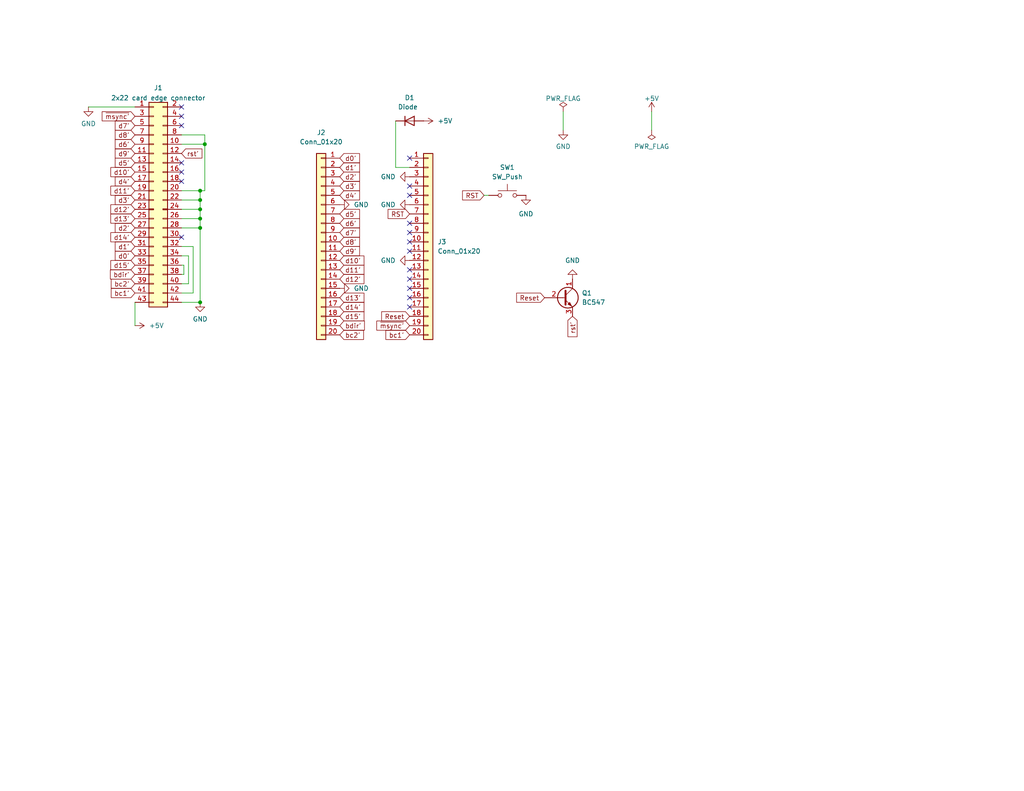
<source format=kicad_sch>
(kicad_sch
	(version 20231120)
	(generator "eeschema")
	(generator_version "8.0")
	(uuid "e63e39d7-6ac0-4ffd-8aa3-1841a4541b55")
	(paper "A")
	(title_block
		(title "RTO-Multicart")
		(date "2023-01-25")
		(rev "1.1a")
		(company "Andrea Ottaviani")
	)
	(lib_symbols
		(symbol "Connector_Generic:Conn_01x20"
			(pin_names
				(offset 1.016) hide)
			(exclude_from_sim no)
			(in_bom yes)
			(on_board yes)
			(property "Reference" "J"
				(at 0 25.4 0)
				(effects
					(font
						(size 1.27 1.27)
					)
				)
			)
			(property "Value" "Conn_01x20"
				(at 0 -27.94 0)
				(effects
					(font
						(size 1.27 1.27)
					)
				)
			)
			(property "Footprint" ""
				(at 0 0 0)
				(effects
					(font
						(size 1.27 1.27)
					)
					(hide yes)
				)
			)
			(property "Datasheet" "~"
				(at 0 0 0)
				(effects
					(font
						(size 1.27 1.27)
					)
					(hide yes)
				)
			)
			(property "Description" "Generic connector, single row, 01x20, script generated (kicad-library-utils/schlib/autogen/connector/)"
				(at 0 0 0)
				(effects
					(font
						(size 1.27 1.27)
					)
					(hide yes)
				)
			)
			(property "ki_keywords" "connector"
				(at 0 0 0)
				(effects
					(font
						(size 1.27 1.27)
					)
					(hide yes)
				)
			)
			(property "ki_fp_filters" "Connector*:*_1x??_*"
				(at 0 0 0)
				(effects
					(font
						(size 1.27 1.27)
					)
					(hide yes)
				)
			)
			(symbol "Conn_01x20_1_1"
				(rectangle
					(start -1.27 -25.273)
					(end 0 -25.527)
					(stroke
						(width 0.1524)
						(type default)
					)
					(fill
						(type none)
					)
				)
				(rectangle
					(start -1.27 -22.733)
					(end 0 -22.987)
					(stroke
						(width 0.1524)
						(type default)
					)
					(fill
						(type none)
					)
				)
				(rectangle
					(start -1.27 -20.193)
					(end 0 -20.447)
					(stroke
						(width 0.1524)
						(type default)
					)
					(fill
						(type none)
					)
				)
				(rectangle
					(start -1.27 -17.653)
					(end 0 -17.907)
					(stroke
						(width 0.1524)
						(type default)
					)
					(fill
						(type none)
					)
				)
				(rectangle
					(start -1.27 -15.113)
					(end 0 -15.367)
					(stroke
						(width 0.1524)
						(type default)
					)
					(fill
						(type none)
					)
				)
				(rectangle
					(start -1.27 -12.573)
					(end 0 -12.827)
					(stroke
						(width 0.1524)
						(type default)
					)
					(fill
						(type none)
					)
				)
				(rectangle
					(start -1.27 -10.033)
					(end 0 -10.287)
					(stroke
						(width 0.1524)
						(type default)
					)
					(fill
						(type none)
					)
				)
				(rectangle
					(start -1.27 -7.493)
					(end 0 -7.747)
					(stroke
						(width 0.1524)
						(type default)
					)
					(fill
						(type none)
					)
				)
				(rectangle
					(start -1.27 -4.953)
					(end 0 -5.207)
					(stroke
						(width 0.1524)
						(type default)
					)
					(fill
						(type none)
					)
				)
				(rectangle
					(start -1.27 -2.413)
					(end 0 -2.667)
					(stroke
						(width 0.1524)
						(type default)
					)
					(fill
						(type none)
					)
				)
				(rectangle
					(start -1.27 0.127)
					(end 0 -0.127)
					(stroke
						(width 0.1524)
						(type default)
					)
					(fill
						(type none)
					)
				)
				(rectangle
					(start -1.27 2.667)
					(end 0 2.413)
					(stroke
						(width 0.1524)
						(type default)
					)
					(fill
						(type none)
					)
				)
				(rectangle
					(start -1.27 5.207)
					(end 0 4.953)
					(stroke
						(width 0.1524)
						(type default)
					)
					(fill
						(type none)
					)
				)
				(rectangle
					(start -1.27 7.747)
					(end 0 7.493)
					(stroke
						(width 0.1524)
						(type default)
					)
					(fill
						(type none)
					)
				)
				(rectangle
					(start -1.27 10.287)
					(end 0 10.033)
					(stroke
						(width 0.1524)
						(type default)
					)
					(fill
						(type none)
					)
				)
				(rectangle
					(start -1.27 12.827)
					(end 0 12.573)
					(stroke
						(width 0.1524)
						(type default)
					)
					(fill
						(type none)
					)
				)
				(rectangle
					(start -1.27 15.367)
					(end 0 15.113)
					(stroke
						(width 0.1524)
						(type default)
					)
					(fill
						(type none)
					)
				)
				(rectangle
					(start -1.27 17.907)
					(end 0 17.653)
					(stroke
						(width 0.1524)
						(type default)
					)
					(fill
						(type none)
					)
				)
				(rectangle
					(start -1.27 20.447)
					(end 0 20.193)
					(stroke
						(width 0.1524)
						(type default)
					)
					(fill
						(type none)
					)
				)
				(rectangle
					(start -1.27 22.987)
					(end 0 22.733)
					(stroke
						(width 0.1524)
						(type default)
					)
					(fill
						(type none)
					)
				)
				(rectangle
					(start -1.27 24.13)
					(end 1.27 -26.67)
					(stroke
						(width 0.254)
						(type default)
					)
					(fill
						(type background)
					)
				)
				(pin passive line
					(at -5.08 22.86 0)
					(length 3.81)
					(name "Pin_1"
						(effects
							(font
								(size 1.27 1.27)
							)
						)
					)
					(number "1"
						(effects
							(font
								(size 1.27 1.27)
							)
						)
					)
				)
				(pin passive line
					(at -5.08 0 0)
					(length 3.81)
					(name "Pin_10"
						(effects
							(font
								(size 1.27 1.27)
							)
						)
					)
					(number "10"
						(effects
							(font
								(size 1.27 1.27)
							)
						)
					)
				)
				(pin passive line
					(at -5.08 -2.54 0)
					(length 3.81)
					(name "Pin_11"
						(effects
							(font
								(size 1.27 1.27)
							)
						)
					)
					(number "11"
						(effects
							(font
								(size 1.27 1.27)
							)
						)
					)
				)
				(pin passive line
					(at -5.08 -5.08 0)
					(length 3.81)
					(name "Pin_12"
						(effects
							(font
								(size 1.27 1.27)
							)
						)
					)
					(number "12"
						(effects
							(font
								(size 1.27 1.27)
							)
						)
					)
				)
				(pin passive line
					(at -5.08 -7.62 0)
					(length 3.81)
					(name "Pin_13"
						(effects
							(font
								(size 1.27 1.27)
							)
						)
					)
					(number "13"
						(effects
							(font
								(size 1.27 1.27)
							)
						)
					)
				)
				(pin passive line
					(at -5.08 -10.16 0)
					(length 3.81)
					(name "Pin_14"
						(effects
							(font
								(size 1.27 1.27)
							)
						)
					)
					(number "14"
						(effects
							(font
								(size 1.27 1.27)
							)
						)
					)
				)
				(pin passive line
					(at -5.08 -12.7 0)
					(length 3.81)
					(name "Pin_15"
						(effects
							(font
								(size 1.27 1.27)
							)
						)
					)
					(number "15"
						(effects
							(font
								(size 1.27 1.27)
							)
						)
					)
				)
				(pin passive line
					(at -5.08 -15.24 0)
					(length 3.81)
					(name "Pin_16"
						(effects
							(font
								(size 1.27 1.27)
							)
						)
					)
					(number "16"
						(effects
							(font
								(size 1.27 1.27)
							)
						)
					)
				)
				(pin passive line
					(at -5.08 -17.78 0)
					(length 3.81)
					(name "Pin_17"
						(effects
							(font
								(size 1.27 1.27)
							)
						)
					)
					(number "17"
						(effects
							(font
								(size 1.27 1.27)
							)
						)
					)
				)
				(pin passive line
					(at -5.08 -20.32 0)
					(length 3.81)
					(name "Pin_18"
						(effects
							(font
								(size 1.27 1.27)
							)
						)
					)
					(number "18"
						(effects
							(font
								(size 1.27 1.27)
							)
						)
					)
				)
				(pin passive line
					(at -5.08 -22.86 0)
					(length 3.81)
					(name "Pin_19"
						(effects
							(font
								(size 1.27 1.27)
							)
						)
					)
					(number "19"
						(effects
							(font
								(size 1.27 1.27)
							)
						)
					)
				)
				(pin passive line
					(at -5.08 20.32 0)
					(length 3.81)
					(name "Pin_2"
						(effects
							(font
								(size 1.27 1.27)
							)
						)
					)
					(number "2"
						(effects
							(font
								(size 1.27 1.27)
							)
						)
					)
				)
				(pin passive line
					(at -5.08 -25.4 0)
					(length 3.81)
					(name "Pin_20"
						(effects
							(font
								(size 1.27 1.27)
							)
						)
					)
					(number "20"
						(effects
							(font
								(size 1.27 1.27)
							)
						)
					)
				)
				(pin passive line
					(at -5.08 17.78 0)
					(length 3.81)
					(name "Pin_3"
						(effects
							(font
								(size 1.27 1.27)
							)
						)
					)
					(number "3"
						(effects
							(font
								(size 1.27 1.27)
							)
						)
					)
				)
				(pin passive line
					(at -5.08 15.24 0)
					(length 3.81)
					(name "Pin_4"
						(effects
							(font
								(size 1.27 1.27)
							)
						)
					)
					(number "4"
						(effects
							(font
								(size 1.27 1.27)
							)
						)
					)
				)
				(pin passive line
					(at -5.08 12.7 0)
					(length 3.81)
					(name "Pin_5"
						(effects
							(font
								(size 1.27 1.27)
							)
						)
					)
					(number "5"
						(effects
							(font
								(size 1.27 1.27)
							)
						)
					)
				)
				(pin passive line
					(at -5.08 10.16 0)
					(length 3.81)
					(name "Pin_6"
						(effects
							(font
								(size 1.27 1.27)
							)
						)
					)
					(number "6"
						(effects
							(font
								(size 1.27 1.27)
							)
						)
					)
				)
				(pin passive line
					(at -5.08 7.62 0)
					(length 3.81)
					(name "Pin_7"
						(effects
							(font
								(size 1.27 1.27)
							)
						)
					)
					(number "7"
						(effects
							(font
								(size 1.27 1.27)
							)
						)
					)
				)
				(pin passive line
					(at -5.08 5.08 0)
					(length 3.81)
					(name "Pin_8"
						(effects
							(font
								(size 1.27 1.27)
							)
						)
					)
					(number "8"
						(effects
							(font
								(size 1.27 1.27)
							)
						)
					)
				)
				(pin passive line
					(at -5.08 2.54 0)
					(length 3.81)
					(name "Pin_9"
						(effects
							(font
								(size 1.27 1.27)
							)
						)
					)
					(number "9"
						(effects
							(font
								(size 1.27 1.27)
							)
						)
					)
				)
			)
		)
		(symbol "Device:D"
			(pin_numbers hide)
			(pin_names
				(offset 1.016) hide)
			(exclude_from_sim no)
			(in_bom yes)
			(on_board yes)
			(property "Reference" "D"
				(at 0 2.54 0)
				(effects
					(font
						(size 1.27 1.27)
					)
				)
			)
			(property "Value" "D"
				(at 0 -2.54 0)
				(effects
					(font
						(size 1.27 1.27)
					)
				)
			)
			(property "Footprint" ""
				(at 0 0 0)
				(effects
					(font
						(size 1.27 1.27)
					)
					(hide yes)
				)
			)
			(property "Datasheet" "~"
				(at 0 0 0)
				(effects
					(font
						(size 1.27 1.27)
					)
					(hide yes)
				)
			)
			(property "Description" "Diode"
				(at 0 0 0)
				(effects
					(font
						(size 1.27 1.27)
					)
					(hide yes)
				)
			)
			(property "Sim.Device" "D"
				(at 0 0 0)
				(effects
					(font
						(size 1.27 1.27)
					)
					(hide yes)
				)
			)
			(property "Sim.Pins" "1=K 2=A"
				(at 0 0 0)
				(effects
					(font
						(size 1.27 1.27)
					)
					(hide yes)
				)
			)
			(property "ki_keywords" "diode"
				(at 0 0 0)
				(effects
					(font
						(size 1.27 1.27)
					)
					(hide yes)
				)
			)
			(property "ki_fp_filters" "TO-???* *_Diode_* *SingleDiode* D_*"
				(at 0 0 0)
				(effects
					(font
						(size 1.27 1.27)
					)
					(hide yes)
				)
			)
			(symbol "D_0_1"
				(polyline
					(pts
						(xy -1.27 1.27) (xy -1.27 -1.27)
					)
					(stroke
						(width 0.254)
						(type default)
					)
					(fill
						(type none)
					)
				)
				(polyline
					(pts
						(xy 1.27 0) (xy -1.27 0)
					)
					(stroke
						(width 0)
						(type default)
					)
					(fill
						(type none)
					)
				)
				(polyline
					(pts
						(xy 1.27 1.27) (xy 1.27 -1.27) (xy -1.27 0) (xy 1.27 1.27)
					)
					(stroke
						(width 0.254)
						(type default)
					)
					(fill
						(type none)
					)
				)
			)
			(symbol "D_1_1"
				(pin passive line
					(at -3.81 0 0)
					(length 2.54)
					(name "K"
						(effects
							(font
								(size 1.27 1.27)
							)
						)
					)
					(number "1"
						(effects
							(font
								(size 1.27 1.27)
							)
						)
					)
				)
				(pin passive line
					(at 3.81 0 180)
					(length 2.54)
					(name "A"
						(effects
							(font
								(size 1.27 1.27)
							)
						)
					)
					(number "2"
						(effects
							(font
								(size 1.27 1.27)
							)
						)
					)
				)
			)
		)
		(symbol "Evan's misc parts:2x22 card edge connector"
			(pin_names
				(offset 1.016) hide)
			(exclude_from_sim no)
			(in_bom yes)
			(on_board yes)
			(property "Reference" "J"
				(at 1.27 15.24 0)
				(effects
					(font
						(size 1.27 1.27)
					)
				)
			)
			(property "Value" "2x22 card edge connector"
				(at 1.27 -43.18 0)
				(effects
					(font
						(size 1.27 1.27)
					)
				)
			)
			(property "Footprint" ""
				(at 0 0 0)
				(effects
					(font
						(size 1.27 1.27)
					)
					(hide yes)
				)
			)
			(property "Datasheet" "~"
				(at 0 0 0)
				(effects
					(font
						(size 1.27 1.27)
					)
					(hide yes)
				)
			)
			(property "Description" "Generic connector, double row, 02x22, Even odd pin numbering"
				(at 0 0 0)
				(effects
					(font
						(size 1.27 1.27)
					)
					(hide yes)
				)
			)
			(property "ki_keywords" "connector"
				(at 0 0 0)
				(effects
					(font
						(size 1.27 1.27)
					)
					(hide yes)
				)
			)
			(property "ki_fp_filters" "Connector*:*_2x??_*"
				(at 0 0 0)
				(effects
					(font
						(size 1.27 1.27)
					)
					(hide yes)
				)
			)
			(symbol "2x22 card edge connector_1_1"
				(rectangle
					(start -1.27 -40.513)
					(end 0 -40.767)
					(stroke
						(width 0.1524)
						(type default)
					)
					(fill
						(type none)
					)
				)
				(rectangle
					(start -1.27 -37.973)
					(end 0 -38.227)
					(stroke
						(width 0.1524)
						(type default)
					)
					(fill
						(type none)
					)
				)
				(rectangle
					(start -1.27 -35.433)
					(end 0 -35.687)
					(stroke
						(width 0.1524)
						(type default)
					)
					(fill
						(type none)
					)
				)
				(rectangle
					(start -1.27 -32.893)
					(end 0 -33.147)
					(stroke
						(width 0.1524)
						(type default)
					)
					(fill
						(type none)
					)
				)
				(rectangle
					(start -1.27 -30.353)
					(end 0 -30.607)
					(stroke
						(width 0.1524)
						(type default)
					)
					(fill
						(type none)
					)
				)
				(rectangle
					(start -1.27 -27.813)
					(end 0 -28.067)
					(stroke
						(width 0.1524)
						(type default)
					)
					(fill
						(type none)
					)
				)
				(rectangle
					(start -1.27 -25.273)
					(end 0 -25.527)
					(stroke
						(width 0.1524)
						(type default)
					)
					(fill
						(type none)
					)
				)
				(rectangle
					(start -1.27 -22.733)
					(end 0 -22.987)
					(stroke
						(width 0.1524)
						(type default)
					)
					(fill
						(type none)
					)
				)
				(rectangle
					(start -1.27 -20.193)
					(end 0 -20.447)
					(stroke
						(width 0.1524)
						(type default)
					)
					(fill
						(type none)
					)
				)
				(rectangle
					(start -1.27 -17.653)
					(end 0 -17.907)
					(stroke
						(width 0.1524)
						(type default)
					)
					(fill
						(type none)
					)
				)
				(rectangle
					(start -1.27 -15.113)
					(end 0 -15.367)
					(stroke
						(width 0.1524)
						(type default)
					)
					(fill
						(type none)
					)
				)
				(rectangle
					(start -1.27 -15.113)
					(end 0 -15.367)
					(stroke
						(width 0.1524)
						(type default)
					)
					(fill
						(type none)
					)
				)
				(rectangle
					(start -1.27 -12.573)
					(end 0 -12.827)
					(stroke
						(width 0.1524)
						(type default)
					)
					(fill
						(type none)
					)
				)
				(rectangle
					(start -1.27 -10.033)
					(end 0 -10.287)
					(stroke
						(width 0.1524)
						(type default)
					)
					(fill
						(type none)
					)
				)
				(rectangle
					(start -1.27 -7.493)
					(end 0 -7.747)
					(stroke
						(width 0.1524)
						(type default)
					)
					(fill
						(type none)
					)
				)
				(rectangle
					(start -1.27 -4.953)
					(end 0 -5.207)
					(stroke
						(width 0.1524)
						(type default)
					)
					(fill
						(type none)
					)
				)
				(rectangle
					(start -1.27 -2.413)
					(end 0 -2.667)
					(stroke
						(width 0.1524)
						(type default)
					)
					(fill
						(type none)
					)
				)
				(rectangle
					(start -1.27 0.127)
					(end 0 -0.127)
					(stroke
						(width 0.1524)
						(type default)
					)
					(fill
						(type none)
					)
				)
				(rectangle
					(start -1.27 2.667)
					(end 0 2.413)
					(stroke
						(width 0.1524)
						(type default)
					)
					(fill
						(type none)
					)
				)
				(rectangle
					(start -1.27 5.207)
					(end 0 4.953)
					(stroke
						(width 0.1524)
						(type default)
					)
					(fill
						(type none)
					)
				)
				(rectangle
					(start -1.27 7.747)
					(end 0 7.493)
					(stroke
						(width 0.1524)
						(type default)
					)
					(fill
						(type none)
					)
				)
				(rectangle
					(start -1.27 10.287)
					(end 0 10.033)
					(stroke
						(width 0.1524)
						(type default)
					)
					(fill
						(type none)
					)
				)
				(rectangle
					(start -1.27 12.827)
					(end 0 12.573)
					(stroke
						(width 0.1524)
						(type default)
					)
					(fill
						(type none)
					)
				)
				(rectangle
					(start -1.27 13.97)
					(end 3.81 -41.91)
					(stroke
						(width 0.254)
						(type default)
					)
					(fill
						(type background)
					)
				)
				(rectangle
					(start 3.81 -40.513)
					(end 2.54 -40.767)
					(stroke
						(width 0.1524)
						(type default)
					)
					(fill
						(type none)
					)
				)
				(rectangle
					(start 3.81 -37.973)
					(end 2.54 -38.227)
					(stroke
						(width 0.1524)
						(type default)
					)
					(fill
						(type none)
					)
				)
				(rectangle
					(start 3.81 -35.433)
					(end 2.54 -35.687)
					(stroke
						(width 0.1524)
						(type default)
					)
					(fill
						(type none)
					)
				)
				(rectangle
					(start 3.81 -32.893)
					(end 2.54 -33.147)
					(stroke
						(width 0.1524)
						(type default)
					)
					(fill
						(type none)
					)
				)
				(rectangle
					(start 3.81 -30.353)
					(end 2.54 -30.607)
					(stroke
						(width 0.1524)
						(type default)
					)
					(fill
						(type none)
					)
				)
				(rectangle
					(start 3.81 -27.813)
					(end 2.54 -28.067)
					(stroke
						(width 0.1524)
						(type default)
					)
					(fill
						(type none)
					)
				)
				(rectangle
					(start 3.81 -25.273)
					(end 2.54 -25.527)
					(stroke
						(width 0.1524)
						(type default)
					)
					(fill
						(type none)
					)
				)
				(rectangle
					(start 3.81 -22.733)
					(end 2.54 -22.987)
					(stroke
						(width 0.1524)
						(type default)
					)
					(fill
						(type none)
					)
				)
				(rectangle
					(start 3.81 -20.193)
					(end 2.54 -20.447)
					(stroke
						(width 0.1524)
						(type default)
					)
					(fill
						(type none)
					)
				)
				(rectangle
					(start 3.81 -17.653)
					(end 2.54 -17.907)
					(stroke
						(width 0.1524)
						(type default)
					)
					(fill
						(type none)
					)
				)
				(rectangle
					(start 3.81 -15.113)
					(end 2.54 -15.367)
					(stroke
						(width 0.1524)
						(type default)
					)
					(fill
						(type none)
					)
				)
				(rectangle
					(start 3.81 -15.113)
					(end 2.54 -15.367)
					(stroke
						(width 0.1524)
						(type default)
					)
					(fill
						(type none)
					)
				)
				(rectangle
					(start 3.81 -12.573)
					(end 2.54 -12.827)
					(stroke
						(width 0.1524)
						(type default)
					)
					(fill
						(type none)
					)
				)
				(rectangle
					(start 3.81 -10.033)
					(end 2.54 -10.287)
					(stroke
						(width 0.1524)
						(type default)
					)
					(fill
						(type none)
					)
				)
				(rectangle
					(start 3.81 -7.493)
					(end 2.54 -7.747)
					(stroke
						(width 0.1524)
						(type default)
					)
					(fill
						(type none)
					)
				)
				(rectangle
					(start 3.81 -4.953)
					(end 2.54 -5.207)
					(stroke
						(width 0.1524)
						(type default)
					)
					(fill
						(type none)
					)
				)
				(rectangle
					(start 3.81 -2.413)
					(end 2.54 -2.667)
					(stroke
						(width 0.1524)
						(type default)
					)
					(fill
						(type none)
					)
				)
				(rectangle
					(start 3.81 0.127)
					(end 2.54 -0.127)
					(stroke
						(width 0.1524)
						(type default)
					)
					(fill
						(type none)
					)
				)
				(rectangle
					(start 3.81 2.667)
					(end 2.54 2.413)
					(stroke
						(width 0.1524)
						(type default)
					)
					(fill
						(type none)
					)
				)
				(rectangle
					(start 3.81 5.207)
					(end 2.54 4.953)
					(stroke
						(width 0.1524)
						(type default)
					)
					(fill
						(type none)
					)
				)
				(rectangle
					(start 3.81 7.747)
					(end 2.54 7.493)
					(stroke
						(width 0.1524)
						(type default)
					)
					(fill
						(type none)
					)
				)
				(rectangle
					(start 3.81 10.287)
					(end 2.54 10.033)
					(stroke
						(width 0.1524)
						(type default)
					)
					(fill
						(type none)
					)
				)
				(rectangle
					(start 3.81 12.827)
					(end 2.54 12.573)
					(stroke
						(width 0.1524)
						(type default)
					)
					(fill
						(type none)
					)
				)
				(pin passive line
					(at -5.08 12.7 0)
					(length 3.81)
					(name "Pin_1"
						(effects
							(font
								(size 1.27 1.27)
							)
						)
					)
					(number "1"
						(effects
							(font
								(size 1.27 1.27)
							)
						)
					)
				)
				(pin passive line
					(at 7.62 2.54 180)
					(length 3.81)
					(name "Pin_10"
						(effects
							(font
								(size 1.27 1.27)
							)
						)
					)
					(number "10"
						(effects
							(font
								(size 1.27 1.27)
							)
						)
					)
				)
				(pin passive line
					(at -5.08 0 0)
					(length 3.81)
					(name "Pin_11"
						(effects
							(font
								(size 1.27 1.27)
							)
						)
					)
					(number "11"
						(effects
							(font
								(size 1.27 1.27)
							)
						)
					)
				)
				(pin passive line
					(at 7.62 0 180)
					(length 3.81)
					(name "Pin_12"
						(effects
							(font
								(size 1.27 1.27)
							)
						)
					)
					(number "12"
						(effects
							(font
								(size 1.27 1.27)
							)
						)
					)
				)
				(pin passive line
					(at -5.08 -2.54 0)
					(length 3.81)
					(name "Pin_13"
						(effects
							(font
								(size 1.27 1.27)
							)
						)
					)
					(number "13"
						(effects
							(font
								(size 1.27 1.27)
							)
						)
					)
				)
				(pin passive line
					(at 7.62 -2.54 180)
					(length 3.81)
					(name "Pin_14"
						(effects
							(font
								(size 1.27 1.27)
							)
						)
					)
					(number "14"
						(effects
							(font
								(size 1.27 1.27)
							)
						)
					)
				)
				(pin passive line
					(at -5.08 -5.08 0)
					(length 3.81)
					(name "Pin_15"
						(effects
							(font
								(size 1.27 1.27)
							)
						)
					)
					(number "15"
						(effects
							(font
								(size 1.27 1.27)
							)
						)
					)
				)
				(pin passive line
					(at 7.62 -5.08 180)
					(length 3.81)
					(name "Pin_16"
						(effects
							(font
								(size 1.27 1.27)
							)
						)
					)
					(number "16"
						(effects
							(font
								(size 1.27 1.27)
							)
						)
					)
				)
				(pin passive line
					(at -5.08 -7.62 0)
					(length 3.81)
					(name "Pin_17"
						(effects
							(font
								(size 1.27 1.27)
							)
						)
					)
					(number "17"
						(effects
							(font
								(size 1.27 1.27)
							)
						)
					)
				)
				(pin passive line
					(at 7.62 -7.62 180)
					(length 3.81)
					(name "Pin_18"
						(effects
							(font
								(size 1.27 1.27)
							)
						)
					)
					(number "18"
						(effects
							(font
								(size 1.27 1.27)
							)
						)
					)
				)
				(pin passive line
					(at -5.08 -10.16 0)
					(length 3.81)
					(name "Pin_19"
						(effects
							(font
								(size 1.27 1.27)
							)
						)
					)
					(number "19"
						(effects
							(font
								(size 1.27 1.27)
							)
						)
					)
				)
				(pin passive line
					(at 7.62 12.7 180)
					(length 3.81)
					(name "Pin_2"
						(effects
							(font
								(size 1.27 1.27)
							)
						)
					)
					(number "2"
						(effects
							(font
								(size 1.27 1.27)
							)
						)
					)
				)
				(pin passive line
					(at 7.62 -10.16 180)
					(length 3.81)
					(name "Pin_20"
						(effects
							(font
								(size 1.27 1.27)
							)
						)
					)
					(number "20"
						(effects
							(font
								(size 1.27 1.27)
							)
						)
					)
				)
				(pin passive line
					(at -5.08 -12.7 0)
					(length 3.81)
					(name "Pin_21"
						(effects
							(font
								(size 1.27 1.27)
							)
						)
					)
					(number "21"
						(effects
							(font
								(size 1.27 1.27)
							)
						)
					)
				)
				(pin passive line
					(at 7.62 -12.7 180)
					(length 3.81)
					(name "Pin_22"
						(effects
							(font
								(size 1.27 1.27)
							)
						)
					)
					(number "22"
						(effects
							(font
								(size 1.27 1.27)
							)
						)
					)
				)
				(pin passive line
					(at -5.08 -15.24 0)
					(length 3.81)
					(name "Pin_23"
						(effects
							(font
								(size 1.27 1.27)
							)
						)
					)
					(number "23"
						(effects
							(font
								(size 1.27 1.27)
							)
						)
					)
				)
				(pin passive line
					(at 7.62 -15.24 180)
					(length 3.81)
					(name "Pin_24"
						(effects
							(font
								(size 1.27 1.27)
							)
						)
					)
					(number "24"
						(effects
							(font
								(size 1.27 1.27)
							)
						)
					)
				)
				(pin passive line
					(at -5.08 -17.78 0)
					(length 3.81)
					(name "Pin_25"
						(effects
							(font
								(size 1.27 1.27)
							)
						)
					)
					(number "25"
						(effects
							(font
								(size 1.27 1.27)
							)
						)
					)
				)
				(pin passive line
					(at 7.62 -17.78 180)
					(length 3.81)
					(name "Pin_26"
						(effects
							(font
								(size 1.27 1.27)
							)
						)
					)
					(number "26"
						(effects
							(font
								(size 1.27 1.27)
							)
						)
					)
				)
				(pin passive line
					(at -5.08 -20.32 0)
					(length 3.81)
					(name "Pin_27"
						(effects
							(font
								(size 1.27 1.27)
							)
						)
					)
					(number "27"
						(effects
							(font
								(size 1.27 1.27)
							)
						)
					)
				)
				(pin passive line
					(at 7.62 -20.32 180)
					(length 3.81)
					(name "Pin_28"
						(effects
							(font
								(size 1.27 1.27)
							)
						)
					)
					(number "28"
						(effects
							(font
								(size 1.27 1.27)
							)
						)
					)
				)
				(pin passive line
					(at -5.08 -22.86 0)
					(length 3.81)
					(name "Pin_29"
						(effects
							(font
								(size 1.27 1.27)
							)
						)
					)
					(number "29"
						(effects
							(font
								(size 1.27 1.27)
							)
						)
					)
				)
				(pin passive line
					(at -5.08 10.16 0)
					(length 3.81)
					(name "Pin_3"
						(effects
							(font
								(size 1.27 1.27)
							)
						)
					)
					(number "3"
						(effects
							(font
								(size 1.27 1.27)
							)
						)
					)
				)
				(pin passive line
					(at 7.62 -22.86 180)
					(length 3.81)
					(name "Pin_30"
						(effects
							(font
								(size 1.27 1.27)
							)
						)
					)
					(number "30"
						(effects
							(font
								(size 1.27 1.27)
							)
						)
					)
				)
				(pin passive line
					(at -5.08 -25.4 0)
					(length 3.81)
					(name "Pin_31"
						(effects
							(font
								(size 1.27 1.27)
							)
						)
					)
					(number "31"
						(effects
							(font
								(size 1.27 1.27)
							)
						)
					)
				)
				(pin passive line
					(at 7.62 -25.4 180)
					(length 3.81)
					(name "Pin_32"
						(effects
							(font
								(size 1.27 1.27)
							)
						)
					)
					(number "32"
						(effects
							(font
								(size 1.27 1.27)
							)
						)
					)
				)
				(pin passive line
					(at -5.08 -27.94 0)
					(length 3.81)
					(name "Pin_33"
						(effects
							(font
								(size 1.27 1.27)
							)
						)
					)
					(number "33"
						(effects
							(font
								(size 1.27 1.27)
							)
						)
					)
				)
				(pin passive line
					(at 7.62 -27.94 180)
					(length 3.81)
					(name "Pin_34"
						(effects
							(font
								(size 1.27 1.27)
							)
						)
					)
					(number "34"
						(effects
							(font
								(size 1.27 1.27)
							)
						)
					)
				)
				(pin passive line
					(at -5.08 -30.48 0)
					(length 3.81)
					(name "Pin_35"
						(effects
							(font
								(size 1.27 1.27)
							)
						)
					)
					(number "35"
						(effects
							(font
								(size 1.27 1.27)
							)
						)
					)
				)
				(pin passive line
					(at 7.62 -30.48 180)
					(length 3.81)
					(name "Pin_36"
						(effects
							(font
								(size 1.27 1.27)
							)
						)
					)
					(number "36"
						(effects
							(font
								(size 1.27 1.27)
							)
						)
					)
				)
				(pin passive line
					(at -5.08 -33.02 0)
					(length 3.81)
					(name "Pin_37"
						(effects
							(font
								(size 1.27 1.27)
							)
						)
					)
					(number "37"
						(effects
							(font
								(size 1.27 1.27)
							)
						)
					)
				)
				(pin passive line
					(at 7.62 -33.02 180)
					(length 3.81)
					(name "Pin_38"
						(effects
							(font
								(size 1.27 1.27)
							)
						)
					)
					(number "38"
						(effects
							(font
								(size 1.27 1.27)
							)
						)
					)
				)
				(pin passive line
					(at -5.08 -35.56 0)
					(length 3.81)
					(name "Pin_39"
						(effects
							(font
								(size 1.27 1.27)
							)
						)
					)
					(number "39"
						(effects
							(font
								(size 1.27 1.27)
							)
						)
					)
				)
				(pin passive line
					(at 7.62 10.16 180)
					(length 3.81)
					(name "Pin_4"
						(effects
							(font
								(size 1.27 1.27)
							)
						)
					)
					(number "4"
						(effects
							(font
								(size 1.27 1.27)
							)
						)
					)
				)
				(pin passive line
					(at 7.62 -35.56 180)
					(length 3.81)
					(name "Pin_40"
						(effects
							(font
								(size 1.27 1.27)
							)
						)
					)
					(number "40"
						(effects
							(font
								(size 1.27 1.27)
							)
						)
					)
				)
				(pin passive line
					(at -5.08 -38.1 0)
					(length 3.81)
					(name "Pin_41"
						(effects
							(font
								(size 1.27 1.27)
							)
						)
					)
					(number "41"
						(effects
							(font
								(size 1.27 1.27)
							)
						)
					)
				)
				(pin passive line
					(at 7.62 -38.1 180)
					(length 3.81)
					(name "Pin_42"
						(effects
							(font
								(size 1.27 1.27)
							)
						)
					)
					(number "42"
						(effects
							(font
								(size 1.27 1.27)
							)
						)
					)
				)
				(pin passive line
					(at -5.08 -40.64 0)
					(length 3.81)
					(name "Pin_43"
						(effects
							(font
								(size 1.27 1.27)
							)
						)
					)
					(number "43"
						(effects
							(font
								(size 1.27 1.27)
							)
						)
					)
				)
				(pin passive line
					(at 7.62 -40.64 180)
					(length 3.81)
					(name "Pin_44"
						(effects
							(font
								(size 1.27 1.27)
							)
						)
					)
					(number "44"
						(effects
							(font
								(size 1.27 1.27)
							)
						)
					)
				)
				(pin passive line
					(at -5.08 7.62 0)
					(length 3.81)
					(name "Pin_5"
						(effects
							(font
								(size 1.27 1.27)
							)
						)
					)
					(number "5"
						(effects
							(font
								(size 1.27 1.27)
							)
						)
					)
				)
				(pin passive line
					(at 7.62 7.62 180)
					(length 3.81)
					(name "Pin_6"
						(effects
							(font
								(size 1.27 1.27)
							)
						)
					)
					(number "6"
						(effects
							(font
								(size 1.27 1.27)
							)
						)
					)
				)
				(pin passive line
					(at -5.08 5.08 0)
					(length 3.81)
					(name "Pin_7"
						(effects
							(font
								(size 1.27 1.27)
							)
						)
					)
					(number "7"
						(effects
							(font
								(size 1.27 1.27)
							)
						)
					)
				)
				(pin passive line
					(at 7.62 5.08 180)
					(length 3.81)
					(name "Pin_8"
						(effects
							(font
								(size 1.27 1.27)
							)
						)
					)
					(number "8"
						(effects
							(font
								(size 1.27 1.27)
							)
						)
					)
				)
				(pin passive line
					(at -5.08 2.54 0)
					(length 3.81)
					(name "Pin_9"
						(effects
							(font
								(size 1.27 1.27)
							)
						)
					)
					(number "9"
						(effects
							(font
								(size 1.27 1.27)
							)
						)
					)
				)
			)
		)
		(symbol "Switch:SW_Push"
			(pin_numbers hide)
			(pin_names
				(offset 1.016) hide)
			(exclude_from_sim no)
			(in_bom yes)
			(on_board yes)
			(property "Reference" "SW"
				(at 1.27 2.54 0)
				(effects
					(font
						(size 1.27 1.27)
					)
					(justify left)
				)
			)
			(property "Value" "SW_Push"
				(at 0 -1.524 0)
				(effects
					(font
						(size 1.27 1.27)
					)
				)
			)
			(property "Footprint" ""
				(at 0 5.08 0)
				(effects
					(font
						(size 1.27 1.27)
					)
					(hide yes)
				)
			)
			(property "Datasheet" "~"
				(at 0 5.08 0)
				(effects
					(font
						(size 1.27 1.27)
					)
					(hide yes)
				)
			)
			(property "Description" "Push button switch, generic, two pins"
				(at 0 0 0)
				(effects
					(font
						(size 1.27 1.27)
					)
					(hide yes)
				)
			)
			(property "ki_keywords" "switch normally-open pushbutton push-button"
				(at 0 0 0)
				(effects
					(font
						(size 1.27 1.27)
					)
					(hide yes)
				)
			)
			(symbol "SW_Push_0_1"
				(circle
					(center -2.032 0)
					(radius 0.508)
					(stroke
						(width 0)
						(type default)
					)
					(fill
						(type none)
					)
				)
				(polyline
					(pts
						(xy 0 1.27) (xy 0 3.048)
					)
					(stroke
						(width 0)
						(type default)
					)
					(fill
						(type none)
					)
				)
				(polyline
					(pts
						(xy 2.54 1.27) (xy -2.54 1.27)
					)
					(stroke
						(width 0)
						(type default)
					)
					(fill
						(type none)
					)
				)
				(circle
					(center 2.032 0)
					(radius 0.508)
					(stroke
						(width 0)
						(type default)
					)
					(fill
						(type none)
					)
				)
				(pin passive line
					(at -5.08 0 0)
					(length 2.54)
					(name "1"
						(effects
							(font
								(size 1.27 1.27)
							)
						)
					)
					(number "1"
						(effects
							(font
								(size 1.27 1.27)
							)
						)
					)
				)
				(pin passive line
					(at 5.08 0 180)
					(length 2.54)
					(name "2"
						(effects
							(font
								(size 1.27 1.27)
							)
						)
					)
					(number "2"
						(effects
							(font
								(size 1.27 1.27)
							)
						)
					)
				)
			)
		)
		(symbol "Transistor_BJT:BC547"
			(pin_names
				(offset 0) hide)
			(exclude_from_sim no)
			(in_bom yes)
			(on_board yes)
			(property "Reference" "Q"
				(at 5.08 1.905 0)
				(effects
					(font
						(size 1.27 1.27)
					)
					(justify left)
				)
			)
			(property "Value" "BC547"
				(at 5.08 0 0)
				(effects
					(font
						(size 1.27 1.27)
					)
					(justify left)
				)
			)
			(property "Footprint" "Package_TO_SOT_THT:TO-92_Inline"
				(at 5.08 -1.905 0)
				(effects
					(font
						(size 1.27 1.27)
						(italic yes)
					)
					(justify left)
					(hide yes)
				)
			)
			(property "Datasheet" "https://www.onsemi.com/pub/Collateral/BC550-D.pdf"
				(at 0 0 0)
				(effects
					(font
						(size 1.27 1.27)
					)
					(justify left)
					(hide yes)
				)
			)
			(property "Description" "0.1A Ic, 45V Vce, Small Signal NPN Transistor, TO-92"
				(at 0 0 0)
				(effects
					(font
						(size 1.27 1.27)
					)
					(hide yes)
				)
			)
			(property "ki_keywords" "NPN Transistor"
				(at 0 0 0)
				(effects
					(font
						(size 1.27 1.27)
					)
					(hide yes)
				)
			)
			(property "ki_fp_filters" "TO?92*"
				(at 0 0 0)
				(effects
					(font
						(size 1.27 1.27)
					)
					(hide yes)
				)
			)
			(symbol "BC547_0_1"
				(polyline
					(pts
						(xy 0 0) (xy 0.635 0)
					)
					(stroke
						(width 0)
						(type default)
					)
					(fill
						(type none)
					)
				)
				(polyline
					(pts
						(xy 0.635 0.635) (xy 2.54 2.54)
					)
					(stroke
						(width 0)
						(type default)
					)
					(fill
						(type none)
					)
				)
				(polyline
					(pts
						(xy 0.635 -0.635) (xy 2.54 -2.54) (xy 2.54 -2.54)
					)
					(stroke
						(width 0)
						(type default)
					)
					(fill
						(type none)
					)
				)
				(polyline
					(pts
						(xy 0.635 1.905) (xy 0.635 -1.905) (xy 0.635 -1.905)
					)
					(stroke
						(width 0.508)
						(type default)
					)
					(fill
						(type none)
					)
				)
				(polyline
					(pts
						(xy 1.27 -1.778) (xy 1.778 -1.27) (xy 2.286 -2.286) (xy 1.27 -1.778) (xy 1.27 -1.778)
					)
					(stroke
						(width 0)
						(type default)
					)
					(fill
						(type outline)
					)
				)
				(circle
					(center 1.27 0)
					(radius 2.8194)
					(stroke
						(width 0.254)
						(type default)
					)
					(fill
						(type none)
					)
				)
			)
			(symbol "BC547_1_1"
				(pin passive line
					(at 2.54 5.08 270)
					(length 2.54)
					(name "C"
						(effects
							(font
								(size 1.27 1.27)
							)
						)
					)
					(number "1"
						(effects
							(font
								(size 1.27 1.27)
							)
						)
					)
				)
				(pin input line
					(at -5.08 0 0)
					(length 5.08)
					(name "B"
						(effects
							(font
								(size 1.27 1.27)
							)
						)
					)
					(number "2"
						(effects
							(font
								(size 1.27 1.27)
							)
						)
					)
				)
				(pin passive line
					(at 2.54 -5.08 90)
					(length 2.54)
					(name "E"
						(effects
							(font
								(size 1.27 1.27)
							)
						)
					)
					(number "3"
						(effects
							(font
								(size 1.27 1.27)
							)
						)
					)
				)
			)
		)
		(symbol "power:+5V"
			(power)
			(pin_numbers hide)
			(pin_names
				(offset 0) hide)
			(exclude_from_sim no)
			(in_bom yes)
			(on_board yes)
			(property "Reference" "#PWR"
				(at 0 -3.81 0)
				(effects
					(font
						(size 1.27 1.27)
					)
					(hide yes)
				)
			)
			(property "Value" "+5V"
				(at 0 3.556 0)
				(effects
					(font
						(size 1.27 1.27)
					)
				)
			)
			(property "Footprint" ""
				(at 0 0 0)
				(effects
					(font
						(size 1.27 1.27)
					)
					(hide yes)
				)
			)
			(property "Datasheet" ""
				(at 0 0 0)
				(effects
					(font
						(size 1.27 1.27)
					)
					(hide yes)
				)
			)
			(property "Description" "Power symbol creates a global label with name \"+5V\""
				(at 0 0 0)
				(effects
					(font
						(size 1.27 1.27)
					)
					(hide yes)
				)
			)
			(property "ki_keywords" "global power"
				(at 0 0 0)
				(effects
					(font
						(size 1.27 1.27)
					)
					(hide yes)
				)
			)
			(symbol "+5V_0_1"
				(polyline
					(pts
						(xy -0.762 1.27) (xy 0 2.54)
					)
					(stroke
						(width 0)
						(type default)
					)
					(fill
						(type none)
					)
				)
				(polyline
					(pts
						(xy 0 0) (xy 0 2.54)
					)
					(stroke
						(width 0)
						(type default)
					)
					(fill
						(type none)
					)
				)
				(polyline
					(pts
						(xy 0 2.54) (xy 0.762 1.27)
					)
					(stroke
						(width 0)
						(type default)
					)
					(fill
						(type none)
					)
				)
			)
			(symbol "+5V_1_1"
				(pin power_in line
					(at 0 0 90)
					(length 0)
					(name "~"
						(effects
							(font
								(size 1.27 1.27)
							)
						)
					)
					(number "1"
						(effects
							(font
								(size 1.27 1.27)
							)
						)
					)
				)
			)
		)
		(symbol "power:GND"
			(power)
			(pin_numbers hide)
			(pin_names
				(offset 0) hide)
			(exclude_from_sim no)
			(in_bom yes)
			(on_board yes)
			(property "Reference" "#PWR"
				(at 0 -6.35 0)
				(effects
					(font
						(size 1.27 1.27)
					)
					(hide yes)
				)
			)
			(property "Value" "GND"
				(at 0 -3.81 0)
				(effects
					(font
						(size 1.27 1.27)
					)
				)
			)
			(property "Footprint" ""
				(at 0 0 0)
				(effects
					(font
						(size 1.27 1.27)
					)
					(hide yes)
				)
			)
			(property "Datasheet" ""
				(at 0 0 0)
				(effects
					(font
						(size 1.27 1.27)
					)
					(hide yes)
				)
			)
			(property "Description" "Power symbol creates a global label with name \"GND\" , ground"
				(at 0 0 0)
				(effects
					(font
						(size 1.27 1.27)
					)
					(hide yes)
				)
			)
			(property "ki_keywords" "global power"
				(at 0 0 0)
				(effects
					(font
						(size 1.27 1.27)
					)
					(hide yes)
				)
			)
			(symbol "GND_0_1"
				(polyline
					(pts
						(xy 0 0) (xy 0 -1.27) (xy 1.27 -1.27) (xy 0 -2.54) (xy -1.27 -1.27) (xy 0 -1.27)
					)
					(stroke
						(width 0)
						(type default)
					)
					(fill
						(type none)
					)
				)
			)
			(symbol "GND_1_1"
				(pin power_in line
					(at 0 0 270)
					(length 0)
					(name "~"
						(effects
							(font
								(size 1.27 1.27)
							)
						)
					)
					(number "1"
						(effects
							(font
								(size 1.27 1.27)
							)
						)
					)
				)
			)
		)
		(symbol "power:PWR_FLAG"
			(power)
			(pin_numbers hide)
			(pin_names
				(offset 0) hide)
			(exclude_from_sim no)
			(in_bom yes)
			(on_board yes)
			(property "Reference" "#FLG"
				(at 0 1.905 0)
				(effects
					(font
						(size 1.27 1.27)
					)
					(hide yes)
				)
			)
			(property "Value" "PWR_FLAG"
				(at 0 3.81 0)
				(effects
					(font
						(size 1.27 1.27)
					)
				)
			)
			(property "Footprint" ""
				(at 0 0 0)
				(effects
					(font
						(size 1.27 1.27)
					)
					(hide yes)
				)
			)
			(property "Datasheet" "~"
				(at 0 0 0)
				(effects
					(font
						(size 1.27 1.27)
					)
					(hide yes)
				)
			)
			(property "Description" "Special symbol for telling ERC where power comes from"
				(at 0 0 0)
				(effects
					(font
						(size 1.27 1.27)
					)
					(hide yes)
				)
			)
			(property "ki_keywords" "flag power"
				(at 0 0 0)
				(effects
					(font
						(size 1.27 1.27)
					)
					(hide yes)
				)
			)
			(symbol "PWR_FLAG_0_0"
				(pin power_out line
					(at 0 0 90)
					(length 0)
					(name "~"
						(effects
							(font
								(size 1.27 1.27)
							)
						)
					)
					(number "1"
						(effects
							(font
								(size 1.27 1.27)
							)
						)
					)
				)
			)
			(symbol "PWR_FLAG_0_1"
				(polyline
					(pts
						(xy 0 0) (xy 0 1.27) (xy -1.016 1.905) (xy 0 2.54) (xy 1.016 1.905) (xy 0 1.27)
					)
					(stroke
						(width 0)
						(type default)
					)
					(fill
						(type none)
					)
				)
			)
		)
	)
	(junction
		(at 54.61 62.23)
		(diameter 0)
		(color 0 0 0 0)
		(uuid "0c1ea81f-f6c9-429d-864e-1dc5455f4bb4")
	)
	(junction
		(at 54.61 82.55)
		(diameter 0)
		(color 0 0 0 0)
		(uuid "6036bd11-33cf-4c14-a557-da368bf48171")
	)
	(junction
		(at 55.88 39.37)
		(diameter 0)
		(color 0 0 0 0)
		(uuid "8f5e65b8-6f3c-4d17-b618-47253f2806d7")
	)
	(junction
		(at 54.61 57.15)
		(diameter 0)
		(color 0 0 0 0)
		(uuid "95c47922-b1bc-41c6-9cdf-3907069b29da")
	)
	(junction
		(at 54.61 59.69)
		(diameter 0)
		(color 0 0 0 0)
		(uuid "c8ba503b-15f0-4bc1-9df3-780531620755")
	)
	(junction
		(at 54.61 52.07)
		(diameter 0)
		(color 0 0 0 0)
		(uuid "ea4461d6-0fb2-4155-a617-23c45c17520b")
	)
	(junction
		(at 54.61 54.61)
		(diameter 0)
		(color 0 0 0 0)
		(uuid "ea966c4d-bdb6-4cd4-adf3-b1b07a090ef3")
	)
	(no_connect
		(at 111.76 66.04)
		(uuid "03707234-55aa-48b2-8b5d-de98cd0fab13")
	)
	(no_connect
		(at 49.53 46.99)
		(uuid "0562866f-504f-486c-bceb-7d627d3a18c6")
	)
	(no_connect
		(at 49.53 49.53)
		(uuid "0562866f-504f-486c-bceb-7d627d3a18c7")
	)
	(no_connect
		(at 49.53 44.45)
		(uuid "0562866f-504f-486c-bceb-7d627d3a18c8")
	)
	(no_connect
		(at 49.53 29.21)
		(uuid "0a4c5b83-a586-4336-887c-929ccebac92f")
	)
	(no_connect
		(at 49.53 31.75)
		(uuid "0a4c5b83-a586-4336-887c-929ccebac931")
	)
	(no_connect
		(at 49.53 34.29)
		(uuid "0a4c5b83-a586-4336-887c-929ccebac932")
	)
	(no_connect
		(at 111.76 73.66)
		(uuid "1693b8cc-334b-42ef-b2fd-ebca2241c6c3")
	)
	(no_connect
		(at 111.76 76.2)
		(uuid "4735accb-fe28-431e-9768-2aa553343f7d")
	)
	(no_connect
		(at 111.76 68.58)
		(uuid "5ec828b1-f36d-4016-a9a9-438cf8611fcb")
	)
	(no_connect
		(at 111.76 60.96)
		(uuid "62596358-fec5-442f-be64-9a08d4502b5b")
	)
	(no_connect
		(at 111.76 81.28)
		(uuid "67b51679-66a6-492e-aba9-f1ae3f2e6804")
	)
	(no_connect
		(at 49.53 64.77)
		(uuid "826b47ff-ef88-4ad7-89a5-ac2c56a2a4b9")
	)
	(no_connect
		(at 111.76 63.5)
		(uuid "8fd0d311-333a-4213-94b0-caa75f7efa29")
	)
	(no_connect
		(at 111.76 83.82)
		(uuid "98542064-35e2-42af-a6b6-c15aec62b7b4")
	)
	(no_connect
		(at 111.76 43.18)
		(uuid "ae3e9adb-7340-4c3b-a266-574de2d15ae0")
	)
	(no_connect
		(at 111.76 53.34)
		(uuid "d982098c-72eb-47bd-8c6e-5994e43860a6")
	)
	(no_connect
		(at 111.76 50.8)
		(uuid "eaf92cc9-933a-43d8-a6f1-4733adaa92ed")
	)
	(no_connect
		(at 111.76 78.74)
		(uuid "ff084668-417d-4194-b29a-aba4f9f90133")
	)
	(wire
		(pts
			(xy 49.53 80.01) (xy 52.705 80.01)
		)
		(stroke
			(width 0)
			(type default)
		)
		(uuid "088998f4-dad7-44cc-930e-45cd33a3dd4e")
	)
	(wire
		(pts
			(xy 107.95 33.02) (xy 107.95 45.72)
		)
		(stroke
			(width 0)
			(type default)
		)
		(uuid "18627db4-c04b-459b-bcaf-c8f9dca7565e")
	)
	(wire
		(pts
			(xy 52.705 67.31) (xy 49.53 67.31)
		)
		(stroke
			(width 0)
			(type default)
		)
		(uuid "1a1da0cd-27ee-4c88-8a4a-cf9b035c2918")
	)
	(wire
		(pts
			(xy 49.53 72.39) (xy 50.165 72.39)
		)
		(stroke
			(width 0)
			(type default)
		)
		(uuid "3f989b70-1b69-49b2-a4ac-6911a4cd476b")
	)
	(wire
		(pts
			(xy 51.435 77.47) (xy 49.53 77.47)
		)
		(stroke
			(width 0)
			(type default)
		)
		(uuid "4520dbc9-36e4-4f0b-8749-08901ad3211a")
	)
	(wire
		(pts
			(xy 54.61 62.23) (xy 49.53 62.23)
		)
		(stroke
			(width 0)
			(type default)
		)
		(uuid "4e37ded0-60da-4b88-949b-00c5c14e9916")
	)
	(wire
		(pts
			(xy 49.53 69.85) (xy 51.435 69.85)
		)
		(stroke
			(width 0)
			(type default)
		)
		(uuid "516479f9-ec5e-4c43-a920-05f2703b98e4")
	)
	(wire
		(pts
			(xy 51.435 69.85) (xy 51.435 77.47)
		)
		(stroke
			(width 0)
			(type default)
		)
		(uuid "551c78c2-693c-49f1-b5f1-ec69e48108cc")
	)
	(wire
		(pts
			(xy 36.83 88.9) (xy 36.83 82.55)
		)
		(stroke
			(width 0)
			(type default)
		)
		(uuid "56f6da27-3a0d-4f9b-ae14-b991abbf3fcc")
	)
	(wire
		(pts
			(xy 153.67 30.48) (xy 153.67 35.56)
		)
		(stroke
			(width 0)
			(type default)
		)
		(uuid "5a3b8781-bc31-4bbc-a60f-1be2ce57279e")
	)
	(wire
		(pts
			(xy 54.61 59.69) (xy 54.61 57.15)
		)
		(stroke
			(width 0)
			(type default)
		)
		(uuid "5d407e87-6b17-4201-8617-8e3dc9976263")
	)
	(wire
		(pts
			(xy 54.61 82.55) (xy 54.61 62.23)
		)
		(stroke
			(width 0)
			(type default)
		)
		(uuid "5f4c2a04-2a37-4390-80d4-b99d94fef770")
	)
	(wire
		(pts
			(xy 54.61 57.15) (xy 49.53 57.15)
		)
		(stroke
			(width 0)
			(type default)
		)
		(uuid "631d1986-30f7-4f26-9430-1d7739ff5ac3")
	)
	(wire
		(pts
			(xy 52.705 80.01) (xy 52.705 67.31)
		)
		(stroke
			(width 0)
			(type default)
		)
		(uuid "6a40612b-1825-4875-9c6d-21e09cd6b41b")
	)
	(wire
		(pts
			(xy 55.88 36.83) (xy 55.88 39.37)
		)
		(stroke
			(width 0)
			(type default)
		)
		(uuid "6ccb0cf9-e77e-45c8-a4f9-c880a6ca24df")
	)
	(wire
		(pts
			(xy 50.165 72.39) (xy 50.165 74.93)
		)
		(stroke
			(width 0)
			(type default)
		)
		(uuid "75fef34e-eec4-4571-84db-92a4f119515c")
	)
	(wire
		(pts
			(xy 177.8 30.48) (xy 177.8 35.56)
		)
		(stroke
			(width 0)
			(type default)
		)
		(uuid "77a98866-30ac-4197-a3f8-02b877a52249")
	)
	(wire
		(pts
			(xy 54.61 57.15) (xy 54.61 54.61)
		)
		(stroke
			(width 0)
			(type default)
		)
		(uuid "7ad418ee-0f24-4a73-9153-6761c77d4568")
	)
	(wire
		(pts
			(xy 54.61 62.23) (xy 54.61 59.69)
		)
		(stroke
			(width 0)
			(type default)
		)
		(uuid "9a0b795e-3368-456c-a072-c9571e6d3723")
	)
	(wire
		(pts
			(xy 55.88 39.37) (xy 55.88 52.07)
		)
		(stroke
			(width 0)
			(type default)
		)
		(uuid "9b20c0ed-c647-4f4b-862b-7c6bfaae65cc")
	)
	(wire
		(pts
			(xy 49.53 39.37) (xy 55.88 39.37)
		)
		(stroke
			(width 0)
			(type default)
		)
		(uuid "acd9070f-72f9-4016-835e-e5e4fddcb581")
	)
	(wire
		(pts
			(xy 50.165 74.93) (xy 49.53 74.93)
		)
		(stroke
			(width 0)
			(type default)
		)
		(uuid "b8866627-050f-4871-a4f7-f2daea9c27bf")
	)
	(wire
		(pts
			(xy 54.61 82.55) (xy 49.53 82.55)
		)
		(stroke
			(width 0)
			(type default)
		)
		(uuid "b8c9cfd0-3760-4225-b3fb-6d8facccfdba")
	)
	(wire
		(pts
			(xy 49.53 36.83) (xy 55.88 36.83)
		)
		(stroke
			(width 0)
			(type default)
		)
		(uuid "ba2dd72c-d1f8-4f13-875a-090cd033fc59")
	)
	(wire
		(pts
			(xy 55.88 52.07) (xy 54.61 52.07)
		)
		(stroke
			(width 0)
			(type default)
		)
		(uuid "c1548256-3905-4b04-b69a-9b810de75d3e")
	)
	(wire
		(pts
			(xy 54.61 59.69) (xy 49.53 59.69)
		)
		(stroke
			(width 0)
			(type default)
		)
		(uuid "c9cd9744-bd3c-472f-8382-5d862fedf86b")
	)
	(wire
		(pts
			(xy 132.08 53.34) (xy 133.35 53.34)
		)
		(stroke
			(width 0)
			(type default)
		)
		(uuid "cafbb30c-fe89-4cf8-b56d-6c8640fec190")
	)
	(wire
		(pts
			(xy 54.61 54.61) (xy 54.61 52.07)
		)
		(stroke
			(width 0)
			(type default)
		)
		(uuid "d1450dd7-8414-44e9-926d-d67d18775733")
	)
	(wire
		(pts
			(xy 107.95 45.72) (xy 111.76 45.72)
		)
		(stroke
			(width 0)
			(type default)
		)
		(uuid "d733c6d8-c493-4403-bc1b-548c3081adf2")
	)
	(wire
		(pts
			(xy 54.61 52.07) (xy 49.53 52.07)
		)
		(stroke
			(width 0)
			(type default)
		)
		(uuid "d83d0b8d-9fa8-4dc5-8f45-f1e0cb29bfbc")
	)
	(wire
		(pts
			(xy 24.13 29.21) (xy 36.83 29.21)
		)
		(stroke
			(width 0)
			(type default)
		)
		(uuid "eb1a9d4b-fe88-491e-b74a-b0bf667aaf1c")
	)
	(wire
		(pts
			(xy 54.61 54.61) (xy 49.53 54.61)
		)
		(stroke
			(width 0)
			(type default)
		)
		(uuid "f8fa5c2e-6574-4655-97dc-9bf9f2a13e36")
	)
	(global_label "d3'"
		(shape input)
		(at 36.83 54.61 180)
		(fields_autoplaced yes)
		(effects
			(font
				(size 1.27 1.27)
			)
			(justify right)
		)
		(uuid "0046e86f-6de6-470a-9b87-edb31ff4ff98")
		(property "Intersheetrefs" "${INTERSHEET_REFS}"
			(at 31.4536 54.5306 0)
			(effects
				(font
					(size 1.27 1.27)
				)
				(justify right)
				(hide yes)
			)
		)
	)
	(global_label "d9'"
		(shape input)
		(at 92.71 68.58 0)
		(fields_autoplaced yes)
		(effects
			(font
				(size 1.27 1.27)
			)
			(justify left)
		)
		(uuid "13dc5de4-8cef-45e3-a3e4-1bb537f1999f")
		(property "Intersheetrefs" "${INTERSHEET_REFS}"
			(at 98.6585 68.58 0)
			(effects
				(font
					(size 1.27 1.27)
				)
				(justify left)
				(hide yes)
			)
		)
	)
	(global_label "rst'"
		(shape input)
		(at 49.53 41.91 0)
		(fields_autoplaced yes)
		(effects
			(font
				(size 1.27 1.27)
			)
			(justify left)
		)
		(uuid "1ccdf3f9-f8f9-4c74-8644-d33420061994")
		(property "Intersheetrefs" "${INTERSHEET_REFS}"
			(at 55.0879 41.8306 0)
			(effects
				(font
					(size 1.27 1.27)
				)
				(justify left)
				(hide yes)
			)
		)
	)
	(global_label "d8'"
		(shape input)
		(at 92.71 66.04 0)
		(fields_autoplaced yes)
		(effects
			(font
				(size 1.27 1.27)
			)
			(justify left)
		)
		(uuid "2689eb55-b553-4859-be40-7687ab3cebcf")
		(property "Intersheetrefs" "${INTERSHEET_REFS}"
			(at 98.6585 66.04 0)
			(effects
				(font
					(size 1.27 1.27)
				)
				(justify left)
				(hide yes)
			)
		)
	)
	(global_label "d2'"
		(shape input)
		(at 92.71 48.26 0)
		(fields_autoplaced yes)
		(effects
			(font
				(size 1.27 1.27)
			)
			(justify left)
		)
		(uuid "28ad6fde-b6fd-4ceb-822b-b654aabbb198")
		(property "Intersheetrefs" "${INTERSHEET_REFS}"
			(at 98.6585 48.26 0)
			(effects
				(font
					(size 1.27 1.27)
				)
				(justify left)
				(hide yes)
			)
		)
	)
	(global_label "d0'"
		(shape input)
		(at 36.83 69.85 180)
		(fields_autoplaced yes)
		(effects
			(font
				(size 1.27 1.27)
			)
			(justify right)
		)
		(uuid "3bcdd8c7-ccb7-49bb-9f78-517c60161bd0")
		(property "Intersheetrefs" "${INTERSHEET_REFS}"
			(at 31.4536 69.7706 0)
			(effects
				(font
					(size 1.27 1.27)
				)
				(justify right)
				(hide yes)
			)
		)
	)
	(global_label "Reset"
		(shape input)
		(at 148.59 81.28 180)
		(fields_autoplaced yes)
		(effects
			(font
				(size 1.27 1.27)
			)
			(justify right)
		)
		(uuid "3eb1dc40-c800-4ac6-a531-6f5af2a1ecb7")
		(property "Intersheetrefs" "${INTERSHEET_REFS}"
			(at 140.4038 81.28 0)
			(effects
				(font
					(size 1.27 1.27)
				)
				(justify right)
				(hide yes)
			)
		)
	)
	(global_label "rst'"
		(shape input)
		(at 156.21 86.36 270)
		(fields_autoplaced yes)
		(effects
			(font
				(size 1.27 1.27)
			)
			(justify right)
		)
		(uuid "3ee74f2d-9e50-4fce-bd09-e680e772c93d")
		(property "Intersheetrefs" "${INTERSHEET_REFS}"
			(at 156.21 92.49 90)
			(effects
				(font
					(size 1.27 1.27)
				)
				(justify right)
				(hide yes)
			)
		)
	)
	(global_label "d8'"
		(shape input)
		(at 36.83 36.83 180)
		(fields_autoplaced yes)
		(effects
			(font
				(size 1.27 1.27)
			)
			(justify right)
		)
		(uuid "42281274-cbf6-4803-9b64-ecc50bf3d469")
		(property "Intersheetrefs" "${INTERSHEET_REFS}"
			(at 31.4536 36.7506 0)
			(effects
				(font
					(size 1.27 1.27)
				)
				(justify right)
				(hide yes)
			)
		)
	)
	(global_label "d10'"
		(shape input)
		(at 36.83 46.99 180)
		(fields_autoplaced yes)
		(effects
			(font
				(size 1.27 1.27)
			)
			(justify right)
		)
		(uuid "477496c6-d309-4d67-9a5a-939f088d438f")
		(property "Intersheetrefs" "${INTERSHEET_REFS}"
			(at 30.244 46.9106 0)
			(effects
				(font
					(size 1.27 1.27)
				)
				(justify right)
				(hide yes)
			)
		)
	)
	(global_label "d11'"
		(shape input)
		(at 92.71 73.66 0)
		(fields_autoplaced yes)
		(effects
			(font
				(size 1.27 1.27)
			)
			(justify left)
		)
		(uuid "52f95f4b-a1d4-48ed-a936-48906e975f5e")
		(property "Intersheetrefs" "${INTERSHEET_REFS}"
			(at 99.868 73.66 0)
			(effects
				(font
					(size 1.27 1.27)
				)
				(justify left)
				(hide yes)
			)
		)
	)
	(global_label "d1'"
		(shape input)
		(at 36.83 67.31 180)
		(fields_autoplaced yes)
		(effects
			(font
				(size 1.27 1.27)
			)
			(justify right)
		)
		(uuid "55d272db-d4b5-4c2b-b99f-e63259d0b207")
		(property "Intersheetrefs" "${INTERSHEET_REFS}"
			(at 31.4536 67.2306 0)
			(effects
				(font
					(size 1.27 1.27)
				)
				(justify right)
				(hide yes)
			)
		)
	)
	(global_label "d5'"
		(shape input)
		(at 36.83 44.45 180)
		(fields_autoplaced yes)
		(effects
			(font
				(size 1.27 1.27)
			)
			(justify right)
		)
		(uuid "5fe1afe3-16eb-4e61-baf0-2115418f8524")
		(property "Intersheetrefs" "${INTERSHEET_REFS}"
			(at 31.4536 44.3706 0)
			(effects
				(font
					(size 1.27 1.27)
				)
				(justify right)
				(hide yes)
			)
		)
	)
	(global_label "d15'"
		(shape input)
		(at 36.83 72.39 180)
		(fields_autoplaced yes)
		(effects
			(font
				(size 1.27 1.27)
			)
			(justify right)
		)
		(uuid "5ff3fa74-2eda-43c3-ada3-944ffa4044f9")
		(property "Intersheetrefs" "${INTERSHEET_REFS}"
			(at 30.244 72.3106 0)
			(effects
				(font
					(size 1.27 1.27)
				)
				(justify right)
				(hide yes)
			)
		)
	)
	(global_label "d6'"
		(shape input)
		(at 36.83 39.37 180)
		(fields_autoplaced yes)
		(effects
			(font
				(size 1.27 1.27)
			)
			(justify right)
		)
		(uuid "619d716a-ce63-4747-8eb7-e9b9f4d63b39")
		(property "Intersheetrefs" "${INTERSHEET_REFS}"
			(at 31.4536 39.2906 0)
			(effects
				(font
					(size 1.27 1.27)
				)
				(justify right)
				(hide yes)
			)
		)
	)
	(global_label "d14'"
		(shape input)
		(at 92.71 83.82 0)
		(fields_autoplaced yes)
		(effects
			(font
				(size 1.27 1.27)
			)
			(justify left)
		)
		(uuid "63728b6d-e173-42ab-9d39-0f76d047837e")
		(property "Intersheetrefs" "${INTERSHEET_REFS}"
			(at 99.868 83.82 0)
			(effects
				(font
					(size 1.27 1.27)
				)
				(justify left)
				(hide yes)
			)
		)
	)
	(global_label "d13'"
		(shape input)
		(at 92.71 81.28 0)
		(fields_autoplaced yes)
		(effects
			(font
				(size 1.27 1.27)
			)
			(justify left)
		)
		(uuid "6a15407d-5437-4459-9c7a-6e065e3ee139")
		(property "Intersheetrefs" "${INTERSHEET_REFS}"
			(at 99.868 81.28 0)
			(effects
				(font
					(size 1.27 1.27)
				)
				(justify left)
				(hide yes)
			)
		)
	)
	(global_label "bc2'"
		(shape input)
		(at 92.71 91.44 0)
		(fields_autoplaced yes)
		(effects
			(font
				(size 1.27 1.27)
			)
			(justify left)
		)
		(uuid "6cc70c74-9892-4038-b142-94a819bb3535")
		(property "Intersheetrefs" "${INTERSHEET_REFS}"
			(at 99.7471 91.44 0)
			(effects
				(font
					(size 1.27 1.27)
				)
				(justify left)
				(hide yes)
			)
		)
	)
	(global_label "d4'"
		(shape input)
		(at 36.83 49.53 180)
		(fields_autoplaced yes)
		(effects
			(font
				(size 1.27 1.27)
			)
			(justify right)
		)
		(uuid "6cd5c53c-9340-4155-84d2-1a41840729b2")
		(property "Intersheetrefs" "${INTERSHEET_REFS}"
			(at 31.4536 49.4506 0)
			(effects
				(font
					(size 1.27 1.27)
				)
				(justify right)
				(hide yes)
			)
		)
	)
	(global_label "d14'"
		(shape input)
		(at 36.83 64.77 180)
		(fields_autoplaced yes)
		(effects
			(font
				(size 1.27 1.27)
			)
			(justify right)
		)
		(uuid "6f0d5d44-b3b8-413d-bab5-c5b99faacbf3")
		(property "Intersheetrefs" "${INTERSHEET_REFS}"
			(at 30.244 64.6906 0)
			(effects
				(font
					(size 1.27 1.27)
				)
				(justify right)
				(hide yes)
			)
		)
	)
	(global_label "RST"
		(shape input)
		(at 111.76 58.42 180)
		(fields_autoplaced yes)
		(effects
			(font
				(size 1.27 1.27)
			)
			(justify right)
		)
		(uuid "7b140144-a4e5-4244-a540-1011b026afd4")
		(property "Intersheetrefs" "${INTERSHEET_REFS}"
			(at 105.9819 58.42 0)
			(effects
				(font
					(size 1.27 1.27)
				)
				(justify right)
				(hide yes)
			)
		)
	)
	(global_label "d15'"
		(shape input)
		(at 92.71 86.36 0)
		(fields_autoplaced yes)
		(effects
			(font
				(size 1.27 1.27)
			)
			(justify left)
		)
		(uuid "882608be-11d4-4818-8928-a15f3a0805f3")
		(property "Intersheetrefs" "${INTERSHEET_REFS}"
			(at 99.868 86.36 0)
			(effects
				(font
					(size 1.27 1.27)
				)
				(justify left)
				(hide yes)
			)
		)
	)
	(global_label "d12'"
		(shape input)
		(at 36.83 57.15 180)
		(fields_autoplaced yes)
		(effects
			(font
				(size 1.27 1.27)
			)
			(justify right)
		)
		(uuid "88db2649-beab-4491-934b-c573723c26fd")
		(property "Intersheetrefs" "${INTERSHEET_REFS}"
			(at 30.244 57.0706 0)
			(effects
				(font
					(size 1.27 1.27)
				)
				(justify right)
				(hide yes)
			)
		)
	)
	(global_label "d9'"
		(shape input)
		(at 36.83 41.91 180)
		(fields_autoplaced yes)
		(effects
			(font
				(size 1.27 1.27)
			)
			(justify right)
		)
		(uuid "8eb0b87a-c5b2-483c-a6da-c50c89c3935f")
		(property "Intersheetrefs" "${INTERSHEET_REFS}"
			(at 31.4536 41.8306 0)
			(effects
				(font
					(size 1.27 1.27)
				)
				(justify right)
				(hide yes)
			)
		)
	)
	(global_label "d2'"
		(shape input)
		(at 36.83 62.23 180)
		(fields_autoplaced yes)
		(effects
			(font
				(size 1.27 1.27)
			)
			(justify right)
		)
		(uuid "90d346b4-70fb-46ef-8db3-17a5c6bb4b98")
		(property "Intersheetrefs" "${INTERSHEET_REFS}"
			(at 31.4536 62.1506 0)
			(effects
				(font
					(size 1.27 1.27)
				)
				(justify right)
				(hide yes)
			)
		)
	)
	(global_label "d7'"
		(shape input)
		(at 36.83 34.29 180)
		(fields_autoplaced yes)
		(effects
			(font
				(size 1.27 1.27)
			)
			(justify right)
		)
		(uuid "94b765b8-fbe0-4732-abee-3f09e45bd90f")
		(property "Intersheetrefs" "${INTERSHEET_REFS}"
			(at 31.4536 34.2106 0)
			(effects
				(font
					(size 1.27 1.27)
				)
				(justify right)
				(hide yes)
			)
		)
	)
	(global_label "d13'"
		(shape input)
		(at 36.83 59.69 180)
		(fields_autoplaced yes)
		(effects
			(font
				(size 1.27 1.27)
			)
			(justify right)
		)
		(uuid "992abe4e-b7f5-4e07-90f9-194be3c6f7e0")
		(property "Intersheetrefs" "${INTERSHEET_REFS}"
			(at 30.244 59.6106 0)
			(effects
				(font
					(size 1.27 1.27)
				)
				(justify right)
				(hide yes)
			)
		)
	)
	(global_label "d1'"
		(shape input)
		(at 92.71 45.72 0)
		(fields_autoplaced yes)
		(effects
			(font
				(size 1.27 1.27)
			)
			(justify left)
		)
		(uuid "998fca79-bdf4-4fd1-b4e2-35dacbef775d")
		(property "Intersheetrefs" "${INTERSHEET_REFS}"
			(at 98.6585 45.72 0)
			(effects
				(font
					(size 1.27 1.27)
				)
				(justify left)
				(hide yes)
			)
		)
	)
	(global_label "d7'"
		(shape input)
		(at 92.71 63.5 0)
		(fields_autoplaced yes)
		(effects
			(font
				(size 1.27 1.27)
			)
			(justify left)
		)
		(uuid "a54d6696-3033-4d22-ba07-60472d605847")
		(property "Intersheetrefs" "${INTERSHEET_REFS}"
			(at 98.6585 63.5 0)
			(effects
				(font
					(size 1.27 1.27)
				)
				(justify left)
				(hide yes)
			)
		)
	)
	(global_label "~{msync'}"
		(shape input)
		(at 36.83 31.75 180)
		(fields_autoplaced yes)
		(effects
			(font
				(size 1.27 1.27)
			)
			(justify right)
		)
		(uuid "a7b67b07-1bdc-4686-a518-a9592e97dbd5")
		(property "Intersheetrefs" "${INTERSHEET_REFS}"
			(at 27.8855 31.8294 0)
			(effects
				(font
					(size 1.27 1.27)
				)
				(justify right)
				(hide yes)
			)
		)
	)
	(global_label "d6'"
		(shape input)
		(at 92.71 60.96 0)
		(fields_autoplaced yes)
		(effects
			(font
				(size 1.27 1.27)
			)
			(justify left)
		)
		(uuid "bd12d760-1ca9-426b-a0b2-0946494ed81b")
		(property "Intersheetrefs" "${INTERSHEET_REFS}"
			(at 98.6585 60.96 0)
			(effects
				(font
					(size 1.27 1.27)
				)
				(justify left)
				(hide yes)
			)
		)
	)
	(global_label "d11'"
		(shape input)
		(at 36.83 52.07 180)
		(fields_autoplaced yes)
		(effects
			(font
				(size 1.27 1.27)
			)
			(justify right)
		)
		(uuid "c22150e5-0ba8-4eac-9a04-16ac749f105b")
		(property "Intersheetrefs" "${INTERSHEET_REFS}"
			(at 30.244 51.9906 0)
			(effects
				(font
					(size 1.27 1.27)
				)
				(justify right)
				(hide yes)
			)
		)
	)
	(global_label "d4'"
		(shape input)
		(at 92.71 53.34 0)
		(fields_autoplaced yes)
		(effects
			(font
				(size 1.27 1.27)
			)
			(justify left)
		)
		(uuid "cac7ce78-9d81-4b5c-8a95-c7651af8c7b8")
		(property "Intersheetrefs" "${INTERSHEET_REFS}"
			(at 98.6585 53.34 0)
			(effects
				(font
					(size 1.27 1.27)
				)
				(justify left)
				(hide yes)
			)
		)
	)
	(global_label "d3'"
		(shape input)
		(at 92.71 50.8 0)
		(fields_autoplaced yes)
		(effects
			(font
				(size 1.27 1.27)
			)
			(justify left)
		)
		(uuid "cd17b748-b00c-48a9-a28d-5205b99dabca")
		(property "Intersheetrefs" "${INTERSHEET_REFS}"
			(at 98.6585 50.8 0)
			(effects
				(font
					(size 1.27 1.27)
				)
				(justify left)
				(hide yes)
			)
		)
	)
	(global_label "d5'"
		(shape input)
		(at 92.71 58.42 0)
		(fields_autoplaced yes)
		(effects
			(font
				(size 1.27 1.27)
			)
			(justify left)
		)
		(uuid "ce4fae37-f99a-4221-8dd9-781427ab21e3")
		(property "Intersheetrefs" "${INTERSHEET_REFS}"
			(at 98.6585 58.42 0)
			(effects
				(font
					(size 1.27 1.27)
				)
				(justify left)
				(hide yes)
			)
		)
	)
	(global_label "bc1'"
		(shape input)
		(at 36.83 80.01 180)
		(fields_autoplaced yes)
		(effects
			(font
				(size 1.27 1.27)
			)
			(justify right)
		)
		(uuid "cf6dfa7b-5349-4d6c-bcd5-a11e0fa2d603")
		(property "Intersheetrefs" "${INTERSHEET_REFS}"
			(at 30.365 79.9306 0)
			(effects
				(font
					(size 1.27 1.27)
				)
				(justify right)
				(hide yes)
			)
		)
	)
	(global_label "d0'"
		(shape input)
		(at 92.71 43.18 0)
		(fields_autoplaced yes)
		(effects
			(font
				(size 1.27 1.27)
			)
			(justify left)
		)
		(uuid "cfb82077-90ca-4927-81bd-85acbe6d78b8")
		(property "Intersheetrefs" "${INTERSHEET_REFS}"
			(at 98.6585 43.18 0)
			(effects
				(font
					(size 1.27 1.27)
				)
				(justify left)
				(hide yes)
			)
		)
	)
	(global_label "bdir'"
		(shape input)
		(at 36.83 74.93 180)
		(fields_autoplaced yes)
		(effects
			(font
				(size 1.27 1.27)
			)
			(justify right)
		)
		(uuid "d1a89b3b-f224-43c8-a886-5224b2769896")
		(property "Intersheetrefs" "${INTERSHEET_REFS}"
			(at 30.1231 74.8506 0)
			(effects
				(font
					(size 1.27 1.27)
				)
				(justify right)
				(hide yes)
			)
		)
	)
	(global_label "d10'"
		(shape input)
		(at 92.71 71.12 0)
		(fields_autoplaced yes)
		(effects
			(font
				(size 1.27 1.27)
			)
			(justify left)
		)
		(uuid "d1dc17de-51a8-4c06-b3d0-a2ad6443d59a")
		(property "Intersheetrefs" "${INTERSHEET_REFS}"
			(at 99.868 71.12 0)
			(effects
				(font
					(size 1.27 1.27)
				)
				(justify left)
				(hide yes)
			)
		)
	)
	(global_label "bdir'"
		(shape input)
		(at 92.71 88.9 0)
		(fields_autoplaced yes)
		(effects
			(font
				(size 1.27 1.27)
			)
			(justify left)
		)
		(uuid "d2d0ad2a-84e6-45d0-a5ce-df752aeb2a09")
		(property "Intersheetrefs" "${INTERSHEET_REFS}"
			(at 99.989 88.9 0)
			(effects
				(font
					(size 1.27 1.27)
				)
				(justify left)
				(hide yes)
			)
		)
	)
	(global_label "Reset"
		(shape input)
		(at 111.76 86.36 180)
		(fields_autoplaced yes)
		(effects
			(font
				(size 1.27 1.27)
			)
			(justify right)
		)
		(uuid "d72d0fb8-7eab-429c-aa86-6be13522da05")
		(property "Intersheetrefs" "${INTERSHEET_REFS}"
			(at 103.5738 86.36 0)
			(effects
				(font
					(size 1.27 1.27)
				)
				(justify right)
				(hide yes)
			)
		)
	)
	(global_label "RST"
		(shape input)
		(at 132.08 53.34 180)
		(fields_autoplaced yes)
		(effects
			(font
				(size 1.27 1.27)
			)
			(justify right)
		)
		(uuid "dd3010dd-2611-4f99-a008-5678df0dca64")
		(property "Intersheetrefs" "${INTERSHEET_REFS}"
			(at 126.3019 53.34 0)
			(effects
				(font
					(size 1.27 1.27)
				)
				(justify right)
				(hide yes)
			)
		)
	)
	(global_label "d12'"
		(shape input)
		(at 92.71 76.2 0)
		(fields_autoplaced yes)
		(effects
			(font
				(size 1.27 1.27)
			)
			(justify left)
		)
		(uuid "dd3f47de-020d-43a4-871b-f67b3be8a874")
		(property "Intersheetrefs" "${INTERSHEET_REFS}"
			(at 99.868 76.2 0)
			(effects
				(font
					(size 1.27 1.27)
				)
				(justify left)
				(hide yes)
			)
		)
	)
	(global_label "~{msync'}"
		(shape input)
		(at 111.76 88.9 180)
		(fields_autoplaced yes)
		(effects
			(font
				(size 1.27 1.27)
			)
			(justify right)
		)
		(uuid "e672069a-7a0c-4073-81b5-88e9ab404284")
		(property "Intersheetrefs" "${INTERSHEET_REFS}"
			(at 102.8155 88.9794 0)
			(effects
				(font
					(size 1.27 1.27)
				)
				(justify right)
				(hide yes)
			)
		)
	)
	(global_label "bc1'"
		(shape input)
		(at 111.76 91.44 180)
		(fields_autoplaced yes)
		(effects
			(font
				(size 1.27 1.27)
			)
			(justify right)
		)
		(uuid "f7a1a222-21cf-445e-9130-a49d1a37e1b1")
		(property "Intersheetrefs" "${INTERSHEET_REFS}"
			(at 105.295 91.3606 0)
			(effects
				(font
					(size 1.27 1.27)
				)
				(justify right)
				(hide yes)
			)
		)
	)
	(global_label "bc2'"
		(shape input)
		(at 36.83 77.47 180)
		(fields_autoplaced yes)
		(effects
			(font
				(size 1.27 1.27)
			)
			(justify right)
		)
		(uuid "faac4a90-dd45-4641-9fab-24c3411552c3")
		(property "Intersheetrefs" "${INTERSHEET_REFS}"
			(at 30.365 77.3906 0)
			(effects
				(font
					(size 1.27 1.27)
				)
				(justify right)
				(hide yes)
			)
		)
	)
	(symbol
		(lib_id "power:+5V")
		(at 36.83 88.9 270)
		(unit 1)
		(exclude_from_sim no)
		(in_bom yes)
		(on_board yes)
		(dnp no)
		(fields_autoplaced yes)
		(uuid "07740a42-2733-4ebb-b247-dea328936dae")
		(property "Reference" "#PWR02"
			(at 33.02 88.9 0)
			(effects
				(font
					(size 1.27 1.27)
				)
				(hide yes)
			)
		)
		(property "Value" "+5V"
			(at 40.64 88.8999 90)
			(effects
				(font
					(size 1.27 1.27)
				)
				(justify left)
			)
		)
		(property "Footprint" ""
			(at 36.83 88.9 0)
			(effects
				(font
					(size 1.27 1.27)
				)
				(hide yes)
			)
		)
		(property "Datasheet" ""
			(at 36.83 88.9 0)
			(effects
				(font
					(size 1.27 1.27)
				)
				(hide yes)
			)
		)
		(property "Description" "Power symbol creates a global label with name \"+5V\""
			(at 36.83 88.9 0)
			(effects
				(font
					(size 1.27 1.27)
				)
				(hide yes)
			)
		)
		(pin "1"
			(uuid "ca2844cd-1c18-453c-b058-7a6f2c67f848")
		)
		(instances
			(project "PiRTOII_cart"
				(path "/e63e39d7-6ac0-4ffd-8aa3-1841a4541b55"
					(reference "#PWR02")
					(unit 1)
				)
			)
		)
	)
	(symbol
		(lib_id "Connector_Generic:Conn_01x20")
		(at 87.63 66.04 0)
		(mirror y)
		(unit 1)
		(exclude_from_sim no)
		(in_bom yes)
		(on_board yes)
		(dnp no)
		(fields_autoplaced yes)
		(uuid "0be65fdb-8390-45ca-8641-5472ed9fb433")
		(property "Reference" "J2"
			(at 87.63 36.195 0)
			(effects
				(font
					(size 1.27 1.27)
				)
			)
		)
		(property "Value" "Conn_01x20"
			(at 87.63 38.735 0)
			(effects
				(font
					(size 1.27 1.27)
				)
			)
		)
		(property "Footprint" "Connector_PinSocket_2.54mm:PinSocket_1x20_P2.54mm_Vertical"
			(at 87.63 66.04 0)
			(effects
				(font
					(size 1.27 1.27)
				)
				(hide yes)
			)
		)
		(property "Datasheet" "~"
			(at 87.63 66.04 0)
			(effects
				(font
					(size 1.27 1.27)
				)
				(hide yes)
			)
		)
		(property "Description" "Generic connector, single row, 01x20, script generated (kicad-library-utils/schlib/autogen/connector/)"
			(at 87.63 66.04 0)
			(effects
				(font
					(size 1.27 1.27)
				)
				(hide yes)
			)
		)
		(pin "1"
			(uuid "c76d19ae-d51b-41df-a418-b019f9cad43b")
		)
		(pin "10"
			(uuid "71b887bd-11c9-405b-afce-b8fcda126802")
		)
		(pin "11"
			(uuid "52eb35d2-2120-4e75-a5eb-ac703ac2156d")
		)
		(pin "12"
			(uuid "d0a3491e-9110-465b-adc8-7e7c141325f8")
		)
		(pin "13"
			(uuid "06d609ea-13f5-407b-a625-262acf8ac4d3")
		)
		(pin "14"
			(uuid "3ce99f16-8baa-4ae4-bdb3-b42ad8aa8bc8")
		)
		(pin "15"
			(uuid "bfe4c245-25ee-4dc1-8d9c-3ca2e94b80e2")
		)
		(pin "16"
			(uuid "03842d11-7261-4151-8202-31eba66752c5")
		)
		(pin "17"
			(uuid "8b8457a3-0940-41bf-b229-78c3a6890f74")
		)
		(pin "18"
			(uuid "6e041309-a51f-47ac-8778-ed23f0070934")
		)
		(pin "19"
			(uuid "1cfdaa8a-0717-49ab-86b3-1b677f6fd4e3")
		)
		(pin "2"
			(uuid "fec0fb57-ce24-4642-ac2c-0bdc52600284")
		)
		(pin "20"
			(uuid "9ced52ce-919f-4179-8ec2-a6f5e490a4ae")
		)
		(pin "3"
			(uuid "55499ebd-5b56-43a2-8d39-0f5e8df0847e")
		)
		(pin "4"
			(uuid "47100f1b-d2db-4ad2-b46f-60cbb8850cc7")
		)
		(pin "5"
			(uuid "9a74e917-5f2a-44f4-a65e-8460eb578456")
		)
		(pin "6"
			(uuid "302dede7-5625-4fc8-93e4-0d560a45a7a5")
		)
		(pin "7"
			(uuid "288082b3-0e32-4c14-b583-2b497cd11d38")
		)
		(pin "8"
			(uuid "2cd545af-ab8e-4546-94ad-c8cd22650c45")
		)
		(pin "9"
			(uuid "e30692e1-e9ca-4508-a7d3-5b4136e0faab")
		)
		(instances
			(project "PiRTOII_cart"
				(path "/e63e39d7-6ac0-4ffd-8aa3-1841a4541b55"
					(reference "J2")
					(unit 1)
				)
			)
		)
	)
	(symbol
		(lib_id "Device:D")
		(at 111.76 33.02 0)
		(unit 1)
		(exclude_from_sim no)
		(in_bom yes)
		(on_board yes)
		(dnp no)
		(fields_autoplaced yes)
		(uuid "110229a5-8960-4700-bc96-70f3d7032764")
		(property "Reference" "D1"
			(at 111.76 26.67 0)
			(effects
				(font
					(size 1.27 1.27)
				)
			)
		)
		(property "Value" "Diode "
			(at 111.76 29.21 0)
			(effects
				(font
					(size 1.27 1.27)
				)
			)
		)
		(property "Footprint" "Diode_THT:D_DO-35_SOD27_P7.62mm_Horizontal"
			(at 111.76 33.02 0)
			(effects
				(font
					(size 1.27 1.27)
				)
				(hide yes)
			)
		)
		(property "Datasheet" "~"
			(at 111.76 33.02 0)
			(effects
				(font
					(size 1.27 1.27)
				)
				(hide yes)
			)
		)
		(property "Description" "Diode"
			(at 111.76 33.02 0)
			(effects
				(font
					(size 1.27 1.27)
				)
				(hide yes)
			)
		)
		(property "Sim.Device" "D"
			(at 111.76 33.02 0)
			(effects
				(font
					(size 1.27 1.27)
				)
				(hide yes)
			)
		)
		(property "Sim.Pins" "1=K 2=A"
			(at 111.76 33.02 0)
			(effects
				(font
					(size 1.27 1.27)
				)
				(hide yes)
			)
		)
		(pin "2"
			(uuid "45f4a6db-1a78-4daa-88ca-d15aae85a0ce")
		)
		(pin "1"
			(uuid "d728c6aa-f5c8-4d7c-a0d9-2f0c3133602a")
		)
		(instances
			(project "PiRTOII_cart"
				(path "/e63e39d7-6ac0-4ffd-8aa3-1841a4541b55"
					(reference "D1")
					(unit 1)
				)
			)
		)
	)
	(symbol
		(lib_id "power:+5V")
		(at 177.8 30.48 0)
		(unit 1)
		(exclude_from_sim no)
		(in_bom yes)
		(on_board yes)
		(dnp no)
		(fields_autoplaced yes)
		(uuid "18d4496a-aeca-4524-b0e9-faec918ed0dd")
		(property "Reference" "#PWR028"
			(at 177.8 34.29 0)
			(effects
				(font
					(size 1.27 1.27)
				)
				(hide yes)
			)
		)
		(property "Value" "+5V"
			(at 177.8 26.9042 0)
			(effects
				(font
					(size 1.27 1.27)
				)
			)
		)
		(property "Footprint" ""
			(at 177.8 30.48 0)
			(effects
				(font
					(size 1.27 1.27)
				)
				(hide yes)
			)
		)
		(property "Datasheet" ""
			(at 177.8 30.48 0)
			(effects
				(font
					(size 1.27 1.27)
				)
				(hide yes)
			)
		)
		(property "Description" "Power symbol creates a global label with name \"+5V\""
			(at 177.8 30.48 0)
			(effects
				(font
					(size 1.27 1.27)
				)
				(hide yes)
			)
		)
		(pin "1"
			(uuid "bcb795bc-fd8f-416c-834c-b5790cf3bef7")
		)
		(instances
			(project "PiRTOII_cart"
				(path "/e63e39d7-6ac0-4ffd-8aa3-1841a4541b55"
					(reference "#PWR028")
					(unit 1)
				)
			)
		)
	)
	(symbol
		(lib_id "power:GND")
		(at 153.67 35.56 0)
		(unit 1)
		(exclude_from_sim no)
		(in_bom yes)
		(on_board yes)
		(dnp no)
		(fields_autoplaced yes)
		(uuid "47ed3061-47c4-413f-a787-7c00f3fa6536")
		(property "Reference" "#PWR026"
			(at 153.67 41.91 0)
			(effects
				(font
					(size 1.27 1.27)
				)
				(hide yes)
			)
		)
		(property "Value" "GND"
			(at 153.67 40.0034 0)
			(effects
				(font
					(size 1.27 1.27)
				)
			)
		)
		(property "Footprint" ""
			(at 153.67 35.56 0)
			(effects
				(font
					(size 1.27 1.27)
				)
				(hide yes)
			)
		)
		(property "Datasheet" ""
			(at 153.67 35.56 0)
			(effects
				(font
					(size 1.27 1.27)
				)
				(hide yes)
			)
		)
		(property "Description" "Power symbol creates a global label with name \"GND\" , ground"
			(at 153.67 35.56 0)
			(effects
				(font
					(size 1.27 1.27)
				)
				(hide yes)
			)
		)
		(pin "1"
			(uuid "ef3f5aef-7d1b-41e1-b231-50622e868a3a")
		)
		(instances
			(project "PiRTOII_cart"
				(path "/e63e39d7-6ac0-4ffd-8aa3-1841a4541b55"
					(reference "#PWR026")
					(unit 1)
				)
			)
		)
	)
	(symbol
		(lib_id "Transistor_BJT:BC547")
		(at 153.67 81.28 0)
		(unit 1)
		(exclude_from_sim no)
		(in_bom yes)
		(on_board yes)
		(dnp no)
		(fields_autoplaced yes)
		(uuid "48c486d6-489d-4ab6-805d-610683114049")
		(property "Reference" "Q1"
			(at 158.75 80.0099 0)
			(effects
				(font
					(size 1.27 1.27)
				)
				(justify left)
			)
		)
		(property "Value" "BC547"
			(at 158.75 82.5499 0)
			(effects
				(font
					(size 1.27 1.27)
				)
				(justify left)
			)
		)
		(property "Footprint" "Package_TO_SOT_THT:TO-92_Inline"
			(at 158.75 83.185 0)
			(effects
				(font
					(size 1.27 1.27)
					(italic yes)
				)
				(justify left)
				(hide yes)
			)
		)
		(property "Datasheet" "https://www.onsemi.com/pub/Collateral/BC550-D.pdf"
			(at 153.67 81.28 0)
			(effects
				(font
					(size 1.27 1.27)
				)
				(justify left)
				(hide yes)
			)
		)
		(property "Description" "0.1A Ic, 45V Vce, Small Signal NPN Transistor, TO-92"
			(at 153.67 81.28 0)
			(effects
				(font
					(size 1.27 1.27)
				)
				(hide yes)
			)
		)
		(pin "3"
			(uuid "176dc477-3d82-42de-9a7c-a4241f65cefc")
		)
		(pin "2"
			(uuid "5112577d-fc89-42ea-a5aa-2381c007d89e")
		)
		(pin "1"
			(uuid "d93ceac4-fc3a-448c-b0e7-cf18127978c8")
		)
		(instances
			(project "PiRTOII_cart"
				(path "/e63e39d7-6ac0-4ffd-8aa3-1841a4541b55"
					(reference "Q1")
					(unit 1)
				)
			)
		)
	)
	(symbol
		(lib_id "Switch:SW_Push")
		(at 138.43 53.34 0)
		(unit 1)
		(exclude_from_sim no)
		(in_bom yes)
		(on_board yes)
		(dnp no)
		(fields_autoplaced yes)
		(uuid "4925af9f-92fa-4237-84ea-d4c0e79b56b0")
		(property "Reference" "SW1"
			(at 138.43 45.72 0)
			(effects
				(font
					(size 1.27 1.27)
				)
			)
		)
		(property "Value" "SW_Push"
			(at 138.43 48.26 0)
			(effects
				(font
					(size 1.27 1.27)
				)
			)
		)
		(property "Footprint" "Button_Switch_THT:SW_Tactile_SPST_Angled_PTS645Vx83-2LFS"
			(at 138.43 48.26 0)
			(effects
				(font
					(size 1.27 1.27)
				)
				(hide yes)
			)
		)
		(property "Datasheet" "~"
			(at 138.43 48.26 0)
			(effects
				(font
					(size 1.27 1.27)
				)
				(hide yes)
			)
		)
		(property "Description" "Push button switch, generic, two pins"
			(at 138.43 53.34 0)
			(effects
				(font
					(size 1.27 1.27)
				)
				(hide yes)
			)
		)
		(pin "2"
			(uuid "ed642802-a48c-4a6e-811e-34655003dc79")
		)
		(pin "1"
			(uuid "17a7f485-b78e-4f02-b807-e1819624cdf2")
		)
		(instances
			(project "PiRTOII_cart"
				(path "/e63e39d7-6ac0-4ffd-8aa3-1841a4541b55"
					(reference "SW1")
					(unit 1)
				)
			)
		)
	)
	(symbol
		(lib_id "Evan's misc parts:2x22 card edge connector")
		(at 41.91 41.91 0)
		(unit 1)
		(exclude_from_sim no)
		(in_bom yes)
		(on_board yes)
		(dnp no)
		(fields_autoplaced yes)
		(uuid "5d7f95d4-728f-4f3c-bdfa-4b9b2b17df61")
		(property "Reference" "J1"
			(at 43.18 23.9735 0)
			(effects
				(font
					(size 1.27 1.27)
				)
			)
		)
		(property "Value" "2x22 card edge connector"
			(at 43.18 26.7486 0)
			(effects
				(font
					(size 1.27 1.27)
				)
			)
		)
		(property "Footprint" "Evan's misc parts:edge mounted 44 pin card edge connector (2x22 pin)"
			(at 41.91 41.91 0)
			(effects
				(font
					(size 1.27 1.27)
				)
				(hide yes)
			)
		)
		(property "Datasheet" "~"
			(at 41.91 41.91 0)
			(effects
				(font
					(size 1.27 1.27)
				)
				(hide yes)
			)
		)
		(property "Description" ""
			(at 41.91 41.91 0)
			(effects
				(font
					(size 1.27 1.27)
				)
				(hide yes)
			)
		)
		(pin "1"
			(uuid "2d25f621-9d9c-4c24-a2fa-582c7abe0a8a")
		)
		(pin "10"
			(uuid "9d089121-8872-4ace-a70a-823a3553b0a2")
		)
		(pin "11"
			(uuid "9d676ad0-5f84-45e0-90a6-d409b17f0cf5")
		)
		(pin "12"
			(uuid "d8d502fa-b8f0-4664-824b-1660d70473d1")
		)
		(pin "13"
			(uuid "d0d6b6aa-e8f3-4cc2-8d79-8f4ed95f16a4")
		)
		(pin "14"
			(uuid "d5ba4659-0b56-43c6-8c40-c2b819293b8d")
		)
		(pin "15"
			(uuid "716a7c27-bcef-47c4-9a2c-73a7bd57f45b")
		)
		(pin "16"
			(uuid "9501fbac-a45b-464e-81e6-d8a438eb907c")
		)
		(pin "17"
			(uuid "c0a5d167-356f-4696-9bf0-d5ded14d8552")
		)
		(pin "18"
			(uuid "1ea1f963-bf23-4968-b298-ef341e932834")
		)
		(pin "19"
			(uuid "9b4d7c5a-b9c3-4885-a59b-46d886d0399c")
		)
		(pin "2"
			(uuid "687d19ed-7ed6-4799-b7b1-04c14af7ec10")
		)
		(pin "20"
			(uuid "eb64aa32-2987-4604-9021-fd385a71abc7")
		)
		(pin "21"
			(uuid "003c30c7-0aaa-45b1-8844-602111614719")
		)
		(pin "22"
			(uuid "4558903e-e19c-4501-8f8b-4488ad82d963")
		)
		(pin "23"
			(uuid "9bd9a84f-8947-4cb1-a62c-7a1e0ca7dde5")
		)
		(pin "24"
			(uuid "75cda37c-21d8-4d2a-9f46-8608f63e04cd")
		)
		(pin "25"
			(uuid "bbe9e458-84ae-4446-bbd0-46ffbb92e20c")
		)
		(pin "26"
			(uuid "47070a92-5dff-4158-b5c4-edb25c9b4515")
		)
		(pin "27"
			(uuid "89640de7-fa7a-438b-8455-f70f6db3d3ba")
		)
		(pin "28"
			(uuid "b20d59ef-bd96-426d-a0c9-7e1a9f16a2ea")
		)
		(pin "29"
			(uuid "c523134a-70c4-4779-8b8b-ef3ebd4ff759")
		)
		(pin "3"
			(uuid "9e49cbd0-3713-4bc8-8fe7-4f0a3200d169")
		)
		(pin "30"
			(uuid "91625fcd-3613-4310-bca7-b6498fe04ae6")
		)
		(pin "31"
			(uuid "881a0a67-dfa6-4a1a-bcca-8c6cf806035d")
		)
		(pin "32"
			(uuid "427b077b-2435-4e8d-b6d0-0ba8ab2aab13")
		)
		(pin "33"
			(uuid "e702b524-15ab-47da-b0c6-7097fe3612ef")
		)
		(pin "34"
			(uuid "e3efb089-e68f-4ba4-95f8-999e435ffaeb")
		)
		(pin "35"
			(uuid "f2647fe6-497f-46d7-b743-6fe3c8cdd983")
		)
		(pin "36"
			(uuid "dba1f056-9807-4000-b4e9-c8149b8cc2ca")
		)
		(pin "37"
			(uuid "bfb06233-b5d7-4b45-96bc-d0f9100b02ca")
		)
		(pin "38"
			(uuid "339c90cc-4137-4f40-9e24-5bceb47d586d")
		)
		(pin "39"
			(uuid "0ef36f59-59c5-47bd-bc18-6e412e6df3fb")
		)
		(pin "4"
			(uuid "c01884d1-4e0b-418b-92be-da5d76014361")
		)
		(pin "40"
			(uuid "42638574-e08e-49d9-9434-915e3ae2eb14")
		)
		(pin "41"
			(uuid "8ac5a40e-eada-4fe7-b1d4-148c0bce5dc5")
		)
		(pin "42"
			(uuid "08d47cf8-55c8-48d4-bc7e-6f7f2747547c")
		)
		(pin "43"
			(uuid "65934e7f-6df1-4660-9ec0-cdd07b19ff7f")
		)
		(pin "44"
			(uuid "4155da5f-63ea-46fe-b8f2-a6b18972b7d0")
		)
		(pin "5"
			(uuid "9d9db636-b683-4803-866e-ebb3b7329a69")
		)
		(pin "6"
			(uuid "042b6d7d-8ade-4e72-bc5d-ad46a4c306b2")
		)
		(pin "7"
			(uuid "a24edb3e-ad8a-49c7-8c74-dea5536f3f3d")
		)
		(pin "8"
			(uuid "240bf47a-b4bd-4a7b-90b8-1bdb836139a8")
		)
		(pin "9"
			(uuid "e7ef496a-ec16-428c-8bef-9d014eaac278")
		)
		(instances
			(project "PiRTOII_cart"
				(path "/e63e39d7-6ac0-4ffd-8aa3-1841a4541b55"
					(reference "J1")
					(unit 1)
				)
			)
		)
	)
	(symbol
		(lib_id "power:GND")
		(at 111.76 48.26 270)
		(unit 1)
		(exclude_from_sim no)
		(in_bom yes)
		(on_board yes)
		(dnp no)
		(fields_autoplaced yes)
		(uuid "632c1211-2faa-4547-9628-42fbb4779470")
		(property "Reference" "#PWR012"
			(at 105.41 48.26 0)
			(effects
				(font
					(size 1.27 1.27)
				)
				(hide yes)
			)
		)
		(property "Value" "GND"
			(at 107.95 48.2599 90)
			(effects
				(font
					(size 1.27 1.27)
				)
				(justify right)
			)
		)
		(property "Footprint" ""
			(at 111.76 48.26 0)
			(effects
				(font
					(size 1.27 1.27)
				)
				(hide yes)
			)
		)
		(property "Datasheet" ""
			(at 111.76 48.26 0)
			(effects
				(font
					(size 1.27 1.27)
				)
				(hide yes)
			)
		)
		(property "Description" "Power symbol creates a global label with name \"GND\" , ground"
			(at 111.76 48.26 0)
			(effects
				(font
					(size 1.27 1.27)
				)
				(hide yes)
			)
		)
		(pin "1"
			(uuid "465e54d4-d499-40ec-9759-2c3744fab0de")
		)
		(instances
			(project "PiRTOII_cart"
				(path "/e63e39d7-6ac0-4ffd-8aa3-1841a4541b55"
					(reference "#PWR012")
					(unit 1)
				)
			)
		)
	)
	(symbol
		(lib_id "power:GND")
		(at 24.13 29.21 0)
		(unit 1)
		(exclude_from_sim no)
		(in_bom yes)
		(on_board yes)
		(dnp no)
		(fields_autoplaced yes)
		(uuid "6f8eac68-a86d-4b9f-bc16-79164475d3d0")
		(property "Reference" "#PWR01"
			(at 24.13 35.56 0)
			(effects
				(font
					(size 1.27 1.27)
				)
				(hide yes)
			)
		)
		(property "Value" "GND"
			(at 24.13 33.7725 0)
			(effects
				(font
					(size 1.27 1.27)
				)
			)
		)
		(property "Footprint" ""
			(at 24.13 29.21 0)
			(effects
				(font
					(size 1.27 1.27)
				)
				(hide yes)
			)
		)
		(property "Datasheet" ""
			(at 24.13 29.21 0)
			(effects
				(font
					(size 1.27 1.27)
				)
				(hide yes)
			)
		)
		(property "Description" "Power symbol creates a global label with name \"GND\" , ground"
			(at 24.13 29.21 0)
			(effects
				(font
					(size 1.27 1.27)
				)
				(hide yes)
			)
		)
		(pin "1"
			(uuid "941fe15d-d0e9-4ce0-b78f-3109e2a74715")
		)
		(instances
			(project "PiRTOII_cart"
				(path "/e63e39d7-6ac0-4ffd-8aa3-1841a4541b55"
					(reference "#PWR01")
					(unit 1)
				)
			)
		)
	)
	(symbol
		(lib_id "power:GND")
		(at 156.21 76.2 180)
		(unit 1)
		(exclude_from_sim no)
		(in_bom yes)
		(on_board yes)
		(dnp no)
		(fields_autoplaced yes)
		(uuid "862a80e4-0f5c-4559-9fab-13b0e9ca0daf")
		(property "Reference" "#PWR06"
			(at 156.21 69.85 0)
			(effects
				(font
					(size 1.27 1.27)
				)
				(hide yes)
			)
		)
		(property "Value" "GND"
			(at 156.21 71.12 0)
			(effects
				(font
					(size 1.27 1.27)
				)
			)
		)
		(property "Footprint" ""
			(at 156.21 76.2 0)
			(effects
				(font
					(size 1.27 1.27)
				)
				(hide yes)
			)
		)
		(property "Datasheet" ""
			(at 156.21 76.2 0)
			(effects
				(font
					(size 1.27 1.27)
				)
				(hide yes)
			)
		)
		(property "Description" "Power symbol creates a global label with name \"GND\" , ground"
			(at 156.21 76.2 0)
			(effects
				(font
					(size 1.27 1.27)
				)
				(hide yes)
			)
		)
		(pin "1"
			(uuid "9a57e40f-962a-4a0d-8066-d8fc743103bc")
		)
		(instances
			(project "PiRTOII_cart"
				(path "/e63e39d7-6ac0-4ffd-8aa3-1841a4541b55"
					(reference "#PWR06")
					(unit 1)
				)
			)
		)
	)
	(symbol
		(lib_id "power:PWR_FLAG")
		(at 177.8 35.56 180)
		(unit 1)
		(exclude_from_sim no)
		(in_bom yes)
		(on_board yes)
		(dnp no)
		(fields_autoplaced yes)
		(uuid "9538389b-be89-4a96-89bf-f77e872852fd")
		(property "Reference" "#FLG03"
			(at 177.8 37.465 0)
			(effects
				(font
					(size 1.27 1.27)
				)
				(hide yes)
			)
		)
		(property "Value" "PWR_FLAG"
			(at 177.8 40.0034 0)
			(effects
				(font
					(size 1.27 1.27)
				)
			)
		)
		(property "Footprint" ""
			(at 177.8 35.56 0)
			(effects
				(font
					(size 1.27 1.27)
				)
				(hide yes)
			)
		)
		(property "Datasheet" "~"
			(at 177.8 35.56 0)
			(effects
				(font
					(size 1.27 1.27)
				)
				(hide yes)
			)
		)
		(property "Description" "Special symbol for telling ERC where power comes from"
			(at 177.8 35.56 0)
			(effects
				(font
					(size 1.27 1.27)
				)
				(hide yes)
			)
		)
		(pin "1"
			(uuid "44a968b2-1fa1-49e6-9ed4-3dca2543c118")
		)
		(instances
			(project "PiRTOII_cart"
				(path "/e63e39d7-6ac0-4ffd-8aa3-1841a4541b55"
					(reference "#FLG03")
					(unit 1)
				)
			)
		)
	)
	(symbol
		(lib_id "power:GND")
		(at 111.76 55.88 270)
		(unit 1)
		(exclude_from_sim no)
		(in_bom yes)
		(on_board yes)
		(dnp no)
		(fields_autoplaced yes)
		(uuid "a01a922c-86aa-45f3-97a2-a138a22cd458")
		(property "Reference" "#PWR018"
			(at 105.41 55.88 0)
			(effects
				(font
					(size 1.27 1.27)
				)
				(hide yes)
			)
		)
		(property "Value" "GND"
			(at 107.95 55.8799 90)
			(effects
				(font
					(size 1.27 1.27)
				)
				(justify right)
			)
		)
		(property "Footprint" ""
			(at 111.76 55.88 0)
			(effects
				(font
					(size 1.27 1.27)
				)
				(hide yes)
			)
		)
		(property "Datasheet" ""
			(at 111.76 55.88 0)
			(effects
				(font
					(size 1.27 1.27)
				)
				(hide yes)
			)
		)
		(property "Description" "Power symbol creates a global label with name \"GND\" , ground"
			(at 111.76 55.88 0)
			(effects
				(font
					(size 1.27 1.27)
				)
				(hide yes)
			)
		)
		(pin "1"
			(uuid "78b7bfdb-e8ba-408a-a9cb-f09536c472d4")
		)
		(instances
			(project "PiRTOII_cart"
				(path "/e63e39d7-6ac0-4ffd-8aa3-1841a4541b55"
					(reference "#PWR018")
					(unit 1)
				)
			)
		)
	)
	(symbol
		(lib_id "power:GND")
		(at 143.51 53.34 0)
		(unit 1)
		(exclude_from_sim no)
		(in_bom yes)
		(on_board yes)
		(dnp no)
		(fields_autoplaced yes)
		(uuid "bada6df5-5aa6-4495-8bb0-8f152dba74b8")
		(property "Reference" "#PWR020"
			(at 143.51 59.69 0)
			(effects
				(font
					(size 1.27 1.27)
				)
				(hide yes)
			)
		)
		(property "Value" "GND"
			(at 143.51 58.42 0)
			(effects
				(font
					(size 1.27 1.27)
				)
			)
		)
		(property "Footprint" ""
			(at 143.51 53.34 0)
			(effects
				(font
					(size 1.27 1.27)
				)
				(hide yes)
			)
		)
		(property "Datasheet" ""
			(at 143.51 53.34 0)
			(effects
				(font
					(size 1.27 1.27)
				)
				(hide yes)
			)
		)
		(property "Description" "Power symbol creates a global label with name \"GND\" , ground"
			(at 143.51 53.34 0)
			(effects
				(font
					(size 1.27 1.27)
				)
				(hide yes)
			)
		)
		(pin "1"
			(uuid "9a4bad54-c7fb-437e-b3c2-25d7140a7d9d")
		)
		(instances
			(project "PiRTOII_cart"
				(path "/e63e39d7-6ac0-4ffd-8aa3-1841a4541b55"
					(reference "#PWR020")
					(unit 1)
				)
			)
		)
	)
	(symbol
		(lib_id "power:PWR_FLAG")
		(at 153.67 30.48 0)
		(unit 1)
		(exclude_from_sim no)
		(in_bom yes)
		(on_board yes)
		(dnp no)
		(fields_autoplaced yes)
		(uuid "ca6d0952-21a5-4027-bf13-5aeb9d3e5e34")
		(property "Reference" "#FLG01"
			(at 153.67 28.575 0)
			(effects
				(font
					(size 1.27 1.27)
				)
				(hide yes)
			)
		)
		(property "Value" "PWR_FLAG"
			(at 153.67 26.9042 0)
			(effects
				(font
					(size 1.27 1.27)
				)
			)
		)
		(property "Footprint" ""
			(at 153.67 30.48 0)
			(effects
				(font
					(size 1.27 1.27)
				)
				(hide yes)
			)
		)
		(property "Datasheet" "~"
			(at 153.67 30.48 0)
			(effects
				(font
					(size 1.27 1.27)
				)
				(hide yes)
			)
		)
		(property "Description" "Special symbol for telling ERC where power comes from"
			(at 153.67 30.48 0)
			(effects
				(font
					(size 1.27 1.27)
				)
				(hide yes)
			)
		)
		(pin "1"
			(uuid "d18825c8-7163-4905-b277-71bbbb63b2bd")
		)
		(instances
			(project "PiRTOII_cart"
				(path "/e63e39d7-6ac0-4ffd-8aa3-1841a4541b55"
					(reference "#FLG01")
					(unit 1)
				)
			)
		)
	)
	(symbol
		(lib_id "power:GND")
		(at 111.76 71.12 270)
		(unit 1)
		(exclude_from_sim no)
		(in_bom yes)
		(on_board yes)
		(dnp no)
		(fields_autoplaced yes)
		(uuid "cd27f132-6b23-429f-93ca-37c6d241cee8")
		(property "Reference" "#PWR019"
			(at 105.41 71.12 0)
			(effects
				(font
					(size 1.27 1.27)
				)
				(hide yes)
			)
		)
		(property "Value" "GND"
			(at 107.95 71.1199 90)
			(effects
				(font
					(size 1.27 1.27)
				)
				(justify right)
			)
		)
		(property "Footprint" ""
			(at 111.76 71.12 0)
			(effects
				(font
					(size 1.27 1.27)
				)
				(hide yes)
			)
		)
		(property "Datasheet" ""
			(at 111.76 71.12 0)
			(effects
				(font
					(size 1.27 1.27)
				)
				(hide yes)
			)
		)
		(property "Description" "Power symbol creates a global label with name \"GND\" , ground"
			(at 111.76 71.12 0)
			(effects
				(font
					(size 1.27 1.27)
				)
				(hide yes)
			)
		)
		(pin "1"
			(uuid "ff1a76ad-fc08-480b-9e5a-ea9a26464a81")
		)
		(instances
			(project "PiRTOII_cart"
				(path "/e63e39d7-6ac0-4ffd-8aa3-1841a4541b55"
					(reference "#PWR019")
					(unit 1)
				)
			)
		)
	)
	(symbol
		(lib_id "power:GND")
		(at 54.61 82.55 0)
		(unit 1)
		(exclude_from_sim no)
		(in_bom yes)
		(on_board yes)
		(dnp no)
		(fields_autoplaced yes)
		(uuid "e9c60a71-b998-4c27-a013-e059af6652f1")
		(property "Reference" "#PWR03"
			(at 54.61 88.9 0)
			(effects
				(font
					(size 1.27 1.27)
				)
				(hide yes)
			)
		)
		(property "Value" "GND"
			(at 54.61 87.1125 0)
			(effects
				(font
					(size 1.27 1.27)
				)
			)
		)
		(property "Footprint" ""
			(at 54.61 82.55 0)
			(effects
				(font
					(size 1.27 1.27)
				)
				(hide yes)
			)
		)
		(property "Datasheet" ""
			(at 54.61 82.55 0)
			(effects
				(font
					(size 1.27 1.27)
				)
				(hide yes)
			)
		)
		(property "Description" "Power symbol creates a global label with name \"GND\" , ground"
			(at 54.61 82.55 0)
			(effects
				(font
					(size 1.27 1.27)
				)
				(hide yes)
			)
		)
		(pin "1"
			(uuid "cc64bd15-ee32-4c34-9a50-ec942454da4f")
		)
		(instances
			(project "PiRTOII_cart"
				(path "/e63e39d7-6ac0-4ffd-8aa3-1841a4541b55"
					(reference "#PWR03")
					(unit 1)
				)
			)
		)
	)
	(symbol
		(lib_id "power:+5V")
		(at 115.57 33.02 270)
		(unit 1)
		(exclude_from_sim no)
		(in_bom yes)
		(on_board yes)
		(dnp no)
		(fields_autoplaced yes)
		(uuid "ebb5ef3f-b766-4079-9913-c27be8f216fb")
		(property "Reference" "#PWR05"
			(at 111.76 33.02 0)
			(effects
				(font
					(size 1.27 1.27)
				)
				(hide yes)
			)
		)
		(property "Value" "+5V"
			(at 119.38 33.0199 90)
			(effects
				(font
					(size 1.27 1.27)
				)
				(justify left)
			)
		)
		(property "Footprint" ""
			(at 115.57 33.02 0)
			(effects
				(font
					(size 1.27 1.27)
				)
				(hide yes)
			)
		)
		(property "Datasheet" ""
			(at 115.57 33.02 0)
			(effects
				(font
					(size 1.27 1.27)
				)
				(hide yes)
			)
		)
		(property "Description" "Power symbol creates a global label with name \"+5V\""
			(at 115.57 33.02 0)
			(effects
				(font
					(size 1.27 1.27)
				)
				(hide yes)
			)
		)
		(pin "1"
			(uuid "7161a6c3-0aa0-425e-9294-87b1aab78bf1")
		)
		(instances
			(project "PiRTOII_cart"
				(path "/e63e39d7-6ac0-4ffd-8aa3-1841a4541b55"
					(reference "#PWR05")
					(unit 1)
				)
			)
		)
	)
	(symbol
		(lib_id "power:GND")
		(at 92.71 55.88 90)
		(unit 1)
		(exclude_from_sim no)
		(in_bom yes)
		(on_board yes)
		(dnp no)
		(fields_autoplaced yes)
		(uuid "f7b9a040-9a66-4354-b2d7-c48b4fe2163e")
		(property "Reference" "#PWR04"
			(at 99.06 55.88 0)
			(effects
				(font
					(size 1.27 1.27)
				)
				(hide yes)
			)
		)
		(property "Value" "GND"
			(at 96.52 55.8799 90)
			(effects
				(font
					(size 1.27 1.27)
				)
				(justify right)
			)
		)
		(property "Footprint" ""
			(at 92.71 55.88 0)
			(effects
				(font
					(size 1.27 1.27)
				)
				(hide yes)
			)
		)
		(property "Datasheet" ""
			(at 92.71 55.88 0)
			(effects
				(font
					(size 1.27 1.27)
				)
				(hide yes)
			)
		)
		(property "Description" "Power symbol creates a global label with name \"GND\" , ground"
			(at 92.71 55.88 0)
			(effects
				(font
					(size 1.27 1.27)
				)
				(hide yes)
			)
		)
		(pin "1"
			(uuid "a49e81ea-b2b3-445b-984d-0ccad7249497")
		)
		(instances
			(project "PiRTOII_cart"
				(path "/e63e39d7-6ac0-4ffd-8aa3-1841a4541b55"
					(reference "#PWR04")
					(unit 1)
				)
			)
		)
	)
	(symbol
		(lib_id "Connector_Generic:Conn_01x20")
		(at 116.84 66.04 0)
		(unit 1)
		(exclude_from_sim no)
		(in_bom yes)
		(on_board yes)
		(dnp no)
		(fields_autoplaced yes)
		(uuid "faba52d7-7936-4123-ab7f-c18349d8e62d")
		(property "Reference" "J3"
			(at 119.38 66.0399 0)
			(effects
				(font
					(size 1.27 1.27)
				)
				(justify left)
			)
		)
		(property "Value" "Conn_01x20"
			(at 119.38 68.5799 0)
			(effects
				(font
					(size 1.27 1.27)
				)
				(justify left)
			)
		)
		(property "Footprint" "Connector_PinSocket_2.54mm:PinSocket_1x20_P2.54mm_Vertical"
			(at 116.84 66.04 0)
			(effects
				(font
					(size 1.27 1.27)
				)
				(hide yes)
			)
		)
		(property "Datasheet" "~"
			(at 116.84 66.04 0)
			(effects
				(font
					(size 1.27 1.27)
				)
				(hide yes)
			)
		)
		(property "Description" "Generic connector, single row, 01x20, script generated (kicad-library-utils/schlib/autogen/connector/)"
			(at 116.84 66.04 0)
			(effects
				(font
					(size 1.27 1.27)
				)
				(hide yes)
			)
		)
		(pin "1"
			(uuid "be25f013-6dcc-4d08-ab40-137a53c30591")
		)
		(pin "10"
			(uuid "d6b871fc-03c3-41fa-a650-a9e8ccbb68b4")
		)
		(pin "11"
			(uuid "231f026b-a007-46ef-8a32-9e4049540ed7")
		)
		(pin "12"
			(uuid "12910c43-98f5-4766-af1c-d4d6e1687c8b")
		)
		(pin "13"
			(uuid "ce124eb7-c565-4962-8484-d461e8a1929e")
		)
		(pin "14"
			(uuid "23abe94c-823d-47bc-87bc-042281fcdc9a")
		)
		(pin "15"
			(uuid "93a4d375-1690-498f-804d-f433d850cdad")
		)
		(pin "16"
			(uuid "abf1820d-5d0e-4b01-a6da-2c3d32c037bd")
		)
		(pin "17"
			(uuid "9c192cce-63d7-4c06-be83-0342c6850e42")
		)
		(pin "18"
			(uuid "704baaed-1728-4e31-b4a6-4aa7d0cdfea7")
		)
		(pin "19"
			(uuid "5b80adff-3fcb-4b8d-b620-ec1aa1f399a5")
		)
		(pin "2"
			(uuid "18921791-2c6a-4a36-ae3c-7807420f0d15")
		)
		(pin "20"
			(uuid "4c7c0030-cab7-40d9-9af7-9f6697ea635d")
		)
		(pin "3"
			(uuid "98c1a920-76c5-43c4-bcbf-145a8b655614")
		)
		(pin "4"
			(uuid "7ced0d0b-b9fa-4070-9563-96a532e8812d")
		)
		(pin "5"
			(uuid "85cd687d-d55e-412c-8e19-0f866073df52")
		)
		(pin "6"
			(uuid "5222cf7e-b6cc-4969-8a0e-f80294e57aa1")
		)
		(pin "7"
			(uuid "50aa298a-fa30-43a9-9cb3-c49cb8bdd0c7")
		)
		(pin "8"
			(uuid "41adc388-157b-46bb-a628-29c9478b6f79")
		)
		(pin "9"
			(uuid "dbfe21e1-0f64-4b3a-a6b9-3562c3057437")
		)
		(instances
			(project "PiRTOII_cart"
				(path "/e63e39d7-6ac0-4ffd-8aa3-1841a4541b55"
					(reference "J3")
					(unit 1)
				)
			)
		)
	)
	(symbol
		(lib_id "power:GND")
		(at 92.71 78.74 90)
		(unit 1)
		(exclude_from_sim no)
		(in_bom yes)
		(on_board yes)
		(dnp no)
		(fields_autoplaced yes)
		(uuid "fdb826aa-3719-44f0-a8cb-1d5c17d2c9bc")
		(property "Reference" "#PWR011"
			(at 99.06 78.74 0)
			(effects
				(font
					(size 1.27 1.27)
				)
				(hide yes)
			)
		)
		(property "Value" "GND"
			(at 96.52 78.7399 90)
			(effects
				(font
					(size 1.27 1.27)
				)
				(justify right)
			)
		)
		(property "Footprint" ""
			(at 92.71 78.74 0)
			(effects
				(font
					(size 1.27 1.27)
				)
				(hide yes)
			)
		)
		(property "Datasheet" ""
			(at 92.71 78.74 0)
			(effects
				(font
					(size 1.27 1.27)
				)
				(hide yes)
			)
		)
		(property "Description" "Power symbol creates a global label with name \"GND\" , ground"
			(at 92.71 78.74 0)
			(effects
				(font
					(size 1.27 1.27)
				)
				(hide yes)
			)
		)
		(pin "1"
			(uuid "4478c7b3-77c3-4fb4-87f4-028db9e6bb8a")
		)
		(instances
			(project "PiRTOII_cart"
				(path "/e63e39d7-6ac0-4ffd-8aa3-1841a4541b55"
					(reference "#PWR011")
					(unit 1)
				)
			)
		)
	)
	(sheet_instances
		(path "/"
			(page "1")
		)
	)
)

</source>
